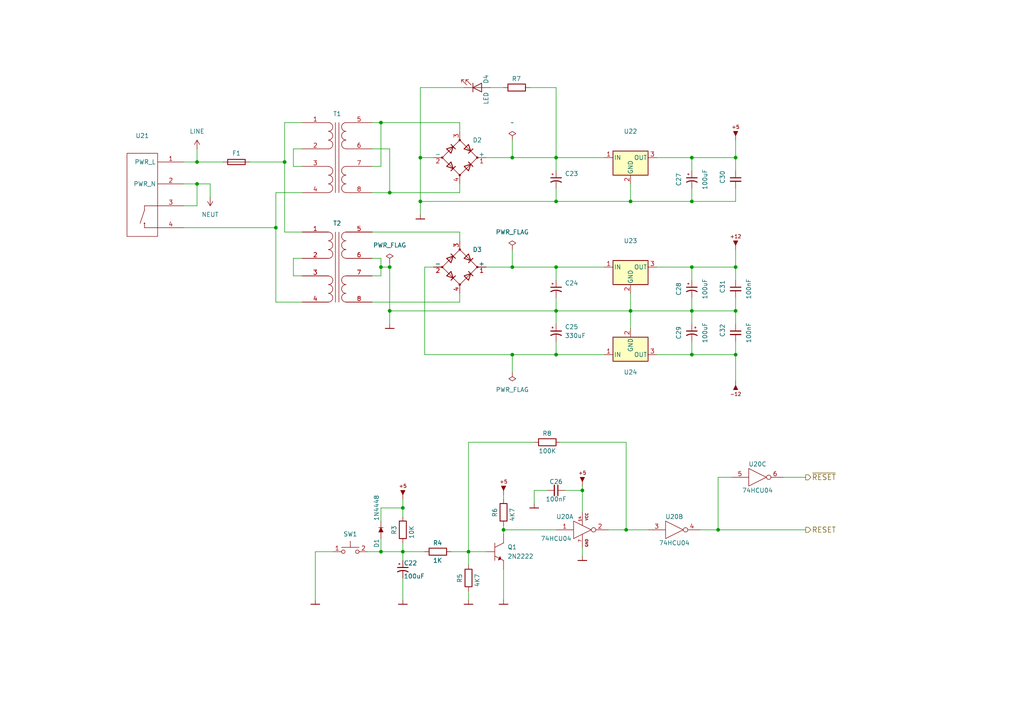
<source format=kicad_sch>
(kicad_sch (version 20211123) (generator eeschema)

  (uuid f1e619ac-5067-41df-8384-776ec70a6093)

  (paper "A4")

  (lib_symbols
    (symbol "artemisa:-12V" (power) (pin_numbers hide) (pin_names (offset 0) hide) (in_bom yes) (on_board yes)
      (property "Reference" "#PWR" (id 0) (at 0 -1.27 0)
        (effects (font (size 1.524 1.524)) hide)
      )
      (property "Value" "-12V" (id 1) (at 0 6.35 0)
        (effects (font (size 1.524 1.524)) hide)
      )
      (property "Footprint" "" (id 2) (at 0 0 0)
        (effects (font (size 1.524 1.524)) hide)
      )
      (property "Datasheet" "" (id 3) (at 0 0 0)
        (effects (font (size 1.524 1.524)) hide)
      )
      (symbol "-12V_0_0"
        (text "-12" (at 0 3.81 0)
          (effects (font (size 1.016 1.016)))
        )
      )
      (symbol "-12V_0_1"
        (polyline
          (pts
            (xy 0 1.27)
            (xy 0.635 2.54)
            (xy -0.635 2.54)
            (xy 0 1.27)
          )
          (stroke (width 0) (type default) (color 0 0 0 0))
          (fill (type outline))
        )
      )
      (symbol "-12V_1_1"
        (pin power_in line (at 0 0 90) (length 1.27)
          (name "-12V" (effects (font (size 1.27 1.27))))
          (number "1" (effects (font (size 1.27 1.27))))
        )
      )
    )
    (symbol "artemisa:12V" (power) (pin_numbers hide) (pin_names (offset 0) hide) (in_bom yes) (on_board yes)
      (property "Reference" "#PWR" (id 0) (at 0 -1.27 0)
        (effects (font (size 1.524 1.524)) hide)
      )
      (property "Value" "12V" (id 1) (at 0 6.35 0)
        (effects (font (size 1.524 1.524)) hide)
      )
      (property "Footprint" "" (id 2) (at 0 0 0)
        (effects (font (size 1.524 1.524)) hide)
      )
      (property "Datasheet" "" (id 3) (at 0 0 0)
        (effects (font (size 1.524 1.524)) hide)
      )
      (symbol "12V_0_0"
        (text "+12" (at 0 3.81 0)
          (effects (font (size 1.016 1.016)))
        )
      )
      (symbol "12V_0_1"
        (polyline
          (pts
            (xy 0 1.27)
            (xy 0.635 2.54)
            (xy -0.635 2.54)
            (xy 0 1.27)
          )
          (stroke (width 0) (type default) (color 0 0 0 0))
          (fill (type outline))
        )
      )
      (symbol "12V_1_1"
        (pin power_in line (at 0 0 90) (length 1.27)
          (name "+12V" (effects (font (size 1.27 1.27))))
          (number "1" (effects (font (size 1.27 1.27))))
        )
      )
    )
    (symbol "artemisa:1N4448" (pin_numbers hide) (pin_names (offset 1.016)) (in_bom yes) (on_board yes)
      (property "Reference" "D" (id 0) (at 0 1.905 0)
        (effects (font (size 1.27 1.27)))
      )
      (property "Value" "1N4448" (id 1) (at 0 -1.905 0)
        (effects (font (size 1.27 1.27)))
      )
      (property "Footprint" "" (id 2) (at 1.27 0 0)
        (effects (font (size 1.524 1.524)) hide)
      )
      (property "Datasheet" "" (id 3) (at 1.27 0 0)
        (effects (font (size 1.524 1.524)) hide)
      )
      (symbol "1N4448_0_1"
        (polyline
          (pts
            (xy 0.635 0.635)
            (xy 0.635 -0.635)
          )
          (stroke (width 0) (type default) (color 0 0 0 0))
          (fill (type none))
        )
        (polyline
          (pts
            (xy -0.635 0.635)
            (xy -0.635 -0.635)
            (xy 0.635 0)
            (xy -0.635 0.635)
          )
          (stroke (width 0) (type default) (color 0 0 0 0))
          (fill (type outline))
        )
      )
      (symbol "1N4448_1_1"
        (pin passive line (at -2.54 0 0) (length 1.905)
          (name "~" (effects (font (size 1.27 1.27))))
          (number "1" (effects (font (size 1.27 1.27))))
        )
        (pin passive line (at 2.54 0 180) (length 1.905)
          (name "~" (effects (font (size 1.27 1.27))))
          (number "2" (effects (font (size 1.27 1.27))))
        )
      )
    )
    (symbol "artemisa:2N2222" (pin_numbers hide) (pin_names (offset 1.016) hide) (in_bom yes) (on_board yes)
      (property "Reference" "Q" (id 0) (at -3.81 3.81 0)
        (effects (font (size 1.27 1.27)))
      )
      (property "Value" "2N2222" (id 1) (at 2.54 0 0)
        (effects (font (size 1.27 1.27)))
      )
      (property "Footprint" "" (id 2) (at 0 0 0)
        (effects (font (size 1.524 1.524)) hide)
      )
      (property "Datasheet" "" (id 3) (at 0 0 0)
        (effects (font (size 1.524 1.524)) hide)
      )
      (symbol "2N2222_0_1"
        (polyline
          (pts
            (xy -2.54 -1.27)
            (xy 0 -2.54)
          )
          (stroke (width 0) (type default) (color 0 0 0 0))
          (fill (type none))
        )
        (polyline
          (pts
            (xy -2.54 1.27)
            (xy 0 2.54)
          )
          (stroke (width 0) (type default) (color 0 0 0 0))
          (fill (type none))
        )
        (polyline
          (pts
            (xy -2.54 2.54)
            (xy -2.54 -2.54)
          )
          (stroke (width 0) (type default) (color 0 0 0 0))
          (fill (type none))
        )
        (polyline
          (pts
            (xy -0.762 -2.159)
            (xy -1.016 -1.397)
            (xy -1.524 -2.413)
            (xy -0.762 -2.159)
          )
          (stroke (width 0) (type default) (color 0 0 0 0))
          (fill (type outline))
        )
      )
      (symbol "2N2222_1_1"
        (pin input line (at 0 5.08 270) (length 2.54)
          (name "1C" (effects (font (size 1.27 1.27))))
          (number "1" (effects (font (size 1.27 1.27))))
        )
        (pin input line (at -5.08 0 0) (length 2.54)
          (name "B" (effects (font (size 1.27 1.27))))
          (number "2" (effects (font (size 1.27 1.27))))
        )
        (pin input line (at 0 -5.08 90) (length 2.54)
          (name "E" (effects (font (size 1.27 1.27))))
          (number "3" (effects (font (size 1.27 1.27))))
        )
      )
    )
    (symbol "artemisa:74HCU04" (pin_names (offset 0.762) hide) (in_bom yes) (on_board yes)
      (property "Reference" "U" (id 0) (at -7.62 2.54 0)
        (effects (font (size 1.27 1.27)))
      )
      (property "Value" "74HCU04" (id 1) (at -6.35 -1.27 0)
        (effects (font (size 1.27 1.27)))
      )
      (property "Footprint" "" (id 2) (at 0 0 0)
        (effects (font (size 1.27 1.27)) hide)
      )
      (property "Datasheet" "" (id 3) (at 0 0 0)
        (effects (font (size 1.27 1.27)) hide)
      )
      (symbol "74HCU04_1_1"
        (polyline
          (pts
            (xy -2.54 -2.54)
            (xy -2.54 2.54)
            (xy 2.54 0)
            (xy -2.54 -2.54)
          )
          (stroke (width 0) (type default) (color 0 0 0 0))
          (fill (type none))
        )
        (text "GND" (at 1.27 -3.81 900)
          (effects (font (size 0.762 0.762)))
        )
        (text "VCC" (at 1.27 3.81 900)
          (effects (font (size 0.762 0.762)))
        )
        (pin input line (at -7.62 0 0) (length 5.0038)
          (name "~" (effects (font (size 1.27 1.27))))
          (number "1" (effects (font (size 1.27 1.27))))
        )
        (pin power_in line (at 0 5.08 270) (length 3.81)
          (name "VCC" (effects (font (size 1.27 1.27))))
          (number "14" (effects (font (size 0.762 0.762))))
        )
        (pin output inverted (at 7.62 0 180) (length 5.0038)
          (name "~" (effects (font (size 1.27 1.27))))
          (number "2" (effects (font (size 1.27 1.27))))
        )
        (pin power_in line (at 0 -5.08 90) (length 3.81)
          (name "GND" (effects (font (size 1.27 1.27))))
          (number "7" (effects (font (size 0.762 0.762))))
        )
      )
      (symbol "74HCU04_1_2"
        (polyline
          (pts
            (xy -2.54 2.54)
            (xy -2.54 -2.54)
            (xy 2.54 0)
            (xy -2.54 2.54)
          )
          (stroke (width 0) (type default) (color 0 0 0 0))
          (fill (type none))
        )
        (pin input inverted (at -7.62 0 0) (length 5.08)
          (name "~" (effects (font (size 1.27 1.27))))
          (number "1" (effects (font (size 1.27 1.27))))
        )
        (pin output line (at 7.62 0 180) (length 5.08)
          (name "~" (effects (font (size 1.27 1.27))))
          (number "2" (effects (font (size 1.27 1.27))))
        )
      )
      (symbol "74HCU04_2_1"
        (polyline
          (pts
            (xy -2.54 2.54)
            (xy -2.54 -2.54)
            (xy 2.54 0)
            (xy -2.54 2.54)
          )
          (stroke (width 0) (type default) (color 0 0 0 0))
          (fill (type none))
        )
        (pin input line (at -7.62 0 0) (length 5.0038)
          (name "~" (effects (font (size 1.27 1.27))))
          (number "3" (effects (font (size 1.27 1.27))))
        )
        (pin output inverted (at 7.62 0 180) (length 5.0038)
          (name "~" (effects (font (size 1.27 1.27))))
          (number "4" (effects (font (size 1.27 1.27))))
        )
      )
      (symbol "74HCU04_2_2"
        (polyline
          (pts
            (xy -2.54 2.54)
            (xy -2.54 -2.54)
            (xy 2.54 0)
            (xy -2.54 2.54)
          )
          (stroke (width 0) (type default) (color 0 0 0 0))
          (fill (type none))
        )
        (pin input inverted (at -7.62 0 0) (length 5.08)
          (name "~" (effects (font (size 1.27 1.27))))
          (number "3" (effects (font (size 1.27 1.27))))
        )
        (pin output line (at 7.62 0 180) (length 5.08)
          (name "~" (effects (font (size 1.27 1.27))))
          (number "4" (effects (font (size 1.27 1.27))))
        )
      )
      (symbol "74HCU04_3_1"
        (polyline
          (pts
            (xy -2.54 2.54)
            (xy -2.54 -2.54)
            (xy 2.54 0)
            (xy -2.54 2.54)
          )
          (stroke (width 0) (type default) (color 0 0 0 0))
          (fill (type none))
        )
        (pin input line (at -7.62 0 0) (length 5.0038)
          (name "~" (effects (font (size 1.27 1.27))))
          (number "5" (effects (font (size 1.27 1.27))))
        )
        (pin output inverted (at 7.62 0 180) (length 5.0038)
          (name "~" (effects (font (size 1.27 1.27))))
          (number "6" (effects (font (size 1.27 1.27))))
        )
      )
      (symbol "74HCU04_3_2"
        (polyline
          (pts
            (xy -2.54 2.54)
            (xy -2.54 -2.54)
            (xy 2.54 0)
            (xy -2.54 2.54)
          )
          (stroke (width 0) (type default) (color 0 0 0 0))
          (fill (type none))
        )
        (pin input inverted (at -7.62 0 0) (length 5.08)
          (name "~" (effects (font (size 1.27 1.27))))
          (number "5" (effects (font (size 1.27 1.27))))
        )
        (pin output line (at 7.62 0 180) (length 5.08)
          (name "~" (effects (font (size 1.27 1.27))))
          (number "6" (effects (font (size 1.27 1.27))))
        )
      )
      (symbol "74HCU04_4_1"
        (polyline
          (pts
            (xy -2.54 2.54)
            (xy -2.54 -2.54)
            (xy 2.54 0)
            (xy -2.54 2.54)
          )
          (stroke (width 0) (type default) (color 0 0 0 0))
          (fill (type none))
        )
        (pin output inverted (at 7.62 0 180) (length 5.0038)
          (name "~" (effects (font (size 1.27 1.27))))
          (number "8" (effects (font (size 1.27 1.27))))
        )
        (pin input line (at -7.62 0 0) (length 5.0038)
          (name "~" (effects (font (size 1.27 1.27))))
          (number "9" (effects (font (size 1.27 1.27))))
        )
      )
      (symbol "74HCU04_4_2"
        (polyline
          (pts
            (xy -2.54 2.54)
            (xy -2.54 -2.54)
            (xy 2.54 0)
            (xy -2.54 2.54)
          )
          (stroke (width 0) (type default) (color 0 0 0 0))
          (fill (type none))
        )
        (pin output line (at 7.62 0 180) (length 5.08)
          (name "~" (effects (font (size 1.27 1.27))))
          (number "8" (effects (font (size 1.27 1.27))))
        )
        (pin input inverted (at -7.62 0 0) (length 5.08)
          (name "~" (effects (font (size 1.27 1.27))))
          (number "9" (effects (font (size 1.27 1.27))))
        )
      )
      (symbol "74HCU04_5_1"
        (polyline
          (pts
            (xy -2.54 2.54)
            (xy -2.54 -2.54)
            (xy 2.54 0)
            (xy -2.54 2.54)
          )
          (stroke (width 0) (type default) (color 0 0 0 0))
          (fill (type none))
        )
        (pin output inverted (at 7.62 0 180) (length 5.0038)
          (name "~" (effects (font (size 1.27 1.27))))
          (number "10" (effects (font (size 1.27 1.27))))
        )
        (pin input line (at -7.62 0 0) (length 5.0038)
          (name "~" (effects (font (size 1.27 1.27))))
          (number "11" (effects (font (size 1.27 1.27))))
        )
      )
      (symbol "74HCU04_5_2"
        (polyline
          (pts
            (xy -2.54 2.54)
            (xy -2.54 -2.54)
            (xy 2.54 0)
            (xy -2.54 2.54)
          )
          (stroke (width 0) (type default) (color 0 0 0 0))
          (fill (type none))
        )
        (pin output line (at 7.62 0 180) (length 5.08)
          (name "~" (effects (font (size 1.27 1.27))))
          (number "10" (effects (font (size 1.27 1.27))))
        )
        (pin input inverted (at -7.62 0 0) (length 5.08)
          (name "~" (effects (font (size 1.27 1.27))))
          (number "11" (effects (font (size 1.27 1.27))))
        )
      )
      (symbol "74HCU04_6_1"
        (polyline
          (pts
            (xy -2.54 2.54)
            (xy -2.54 -2.54)
            (xy 2.54 0)
            (xy -2.54 2.54)
          )
          (stroke (width 0) (type default) (color 0 0 0 0))
          (fill (type none))
        )
        (pin output inverted (at 7.62 0 180) (length 5.0038)
          (name "~" (effects (font (size 1.27 1.27))))
          (number "12" (effects (font (size 1.27 1.27))))
        )
        (pin input line (at -7.62 0 0) (length 5.0038)
          (name "~" (effects (font (size 1.27 1.27))))
          (number "13" (effects (font (size 1.27 1.27))))
        )
      )
      (symbol "74HCU04_6_2"
        (polyline
          (pts
            (xy -2.54 2.54)
            (xy -2.54 -2.54)
            (xy 2.54 0)
            (xy -2.54 2.54)
          )
          (stroke (width 0) (type default) (color 0 0 0 0))
          (fill (type none))
        )
        (pin output line (at 7.62 0 180) (length 5.08)
          (name "~" (effects (font (size 1.27 1.27))))
          (number "12" (effects (font (size 1.27 1.27))))
        )
        (pin input inverted (at -7.62 0 0) (length 5.08)
          (name "~" (effects (font (size 1.27 1.27))))
          (number "13" (effects (font (size 1.27 1.27))))
        )
      )
    )
    (symbol "artemisa:CP" (pin_numbers hide) (pin_names (offset 0.254) hide) (in_bom yes) (on_board yes)
      (property "Reference" "C" (id 0) (at 0.254 1.778 0)
        (effects (font (size 1.27 1.27)) (justify left))
      )
      (property "Value" "CP" (id 1) (at 0.254 -2.032 0)
        (effects (font (size 1.27 1.27)) (justify left))
      )
      (property "Footprint" "" (id 2) (at 0 0 0)
        (effects (font (size 1.27 1.27)) hide)
      )
      (property "Datasheet" "" (id 3) (at 0 0 0)
        (effects (font (size 1.27 1.27)) hide)
      )
      (property "ki_fp_filters" "CP_*" (id 4) (at 0 0 0)
        (effects (font (size 1.27 1.27)) hide)
      )
      (symbol "CP_0_1"
        (polyline
          (pts
            (xy -1.524 0.508)
            (xy 1.524 0.508)
          )
          (stroke (width 0.3048) (type default) (color 0 0 0 0))
          (fill (type none))
        )
        (polyline
          (pts
            (xy -1.27 1.524)
            (xy -0.762 1.524)
          )
          (stroke (width 0) (type default) (color 0 0 0 0))
          (fill (type none))
        )
        (polyline
          (pts
            (xy -1.016 1.27)
            (xy -1.016 1.778)
          )
          (stroke (width 0) (type default) (color 0 0 0 0))
          (fill (type none))
        )
        (arc (start 1.524 -0.762) (mid 0 -0.3734) (end -1.524 -0.762)
          (stroke (width 0.3048) (type default) (color 0 0 0 0))
          (fill (type none))
        )
      )
      (symbol "CP_1_1"
        (pin passive line (at 0 2.54 270) (length 2.032)
          (name "~" (effects (font (size 1.27 1.27))))
          (number "1" (effects (font (size 1.27 1.27))))
        )
        (pin passive line (at 0 -2.54 90) (length 2.032)
          (name "~" (effects (font (size 1.27 1.27))))
          (number "2" (effects (font (size 1.27 1.27))))
        )
      )
    )
    (symbol "artemisa:Cap" (pin_numbers hide) (pin_names (offset 0.254) hide) (in_bom yes) (on_board yes)
      (property "Reference" "C" (id 0) (at 0.254 1.778 0)
        (effects (font (size 1.27 1.27)) (justify left))
      )
      (property "Value" "Cap" (id 1) (at 0.254 -2.032 0)
        (effects (font (size 1.27 1.27)) (justify left))
      )
      (property "Footprint" "" (id 2) (at 0 0 0)
        (effects (font (size 1.27 1.27)) hide)
      )
      (property "Datasheet" "" (id 3) (at 0 0 0)
        (effects (font (size 1.27 1.27)) hide)
      )
      (property "ki_fp_filters" "C_*" (id 4) (at 0 0 0)
        (effects (font (size 1.27 1.27)) hide)
      )
      (symbol "Cap_0_1"
        (polyline
          (pts
            (xy -1.524 -0.508)
            (xy 1.524 -0.508)
          )
          (stroke (width 0.3302) (type default) (color 0 0 0 0))
          (fill (type none))
        )
        (polyline
          (pts
            (xy -1.524 0.508)
            (xy 1.524 0.508)
          )
          (stroke (width 0.3048) (type default) (color 0 0 0 0))
          (fill (type none))
        )
      )
      (symbol "Cap_1_1"
        (pin passive line (at 0 2.54 270) (length 2.032)
          (name "~" (effects (font (size 1.27 1.27))))
          (number "1" (effects (font (size 1.27 1.27))))
        )
        (pin passive line (at 0 -2.54 90) (length 2.032)
          (name "~" (effects (font (size 1.27 1.27))))
          (number "2" (effects (font (size 1.27 1.27))))
        )
      )
    )
    (symbol "artemisa:D_Bridge_+-AA" (pin_names (offset 0)) (in_bom yes) (on_board yes)
      (property "Reference" "D" (id 0) (at 2.54 6.985 0)
        (effects (font (size 1.27 1.27)) (justify left))
      )
      (property "Value" "D_Bridge_+-AA" (id 1) (at 2.54 5.08 0)
        (effects (font (size 1.27 1.27)) (justify left))
      )
      (property "Footprint" "" (id 2) (at 0 0 0)
        (effects (font (size 1.27 1.27)) hide)
      )
      (property "Datasheet" "~" (id 3) (at 0 0 0)
        (effects (font (size 1.27 1.27)) hide)
      )
      (property "ki_keywords" "rectifier ACDC" (id 4) (at 0 0 0)
        (effects (font (size 1.27 1.27)) hide)
      )
      (property "ki_description" "Diode bridge, +ve/-ve/AC/AC" (id 5) (at 0 0 0)
        (effects (font (size 1.27 1.27)) hide)
      )
      (property "ki_fp_filters" "D*Bridge* D*Rectifier*" (id 6) (at 0 0 0)
        (effects (font (size 1.27 1.27)) hide)
      )
      (symbol "D_Bridge_+-AA_0_1"
        (circle (center -5.08 0) (radius 0.254)
          (stroke (width 0) (type default) (color 0 0 0 0))
          (fill (type outline))
        )
        (circle (center 0 -5.08) (radius 0.254)
          (stroke (width 0) (type default) (color 0 0 0 0))
          (fill (type outline))
        )
        (polyline
          (pts
            (xy -2.54 3.81)
            (xy -1.27 2.54)
          )
          (stroke (width 0.254) (type default) (color 0 0 0 0))
          (fill (type none))
        )
        (polyline
          (pts
            (xy -1.27 -2.54)
            (xy -2.54 -3.81)
          )
          (stroke (width 0.254) (type default) (color 0 0 0 0))
          (fill (type none))
        )
        (polyline
          (pts
            (xy 2.54 -1.27)
            (xy 3.81 -2.54)
          )
          (stroke (width 0.254) (type default) (color 0 0 0 0))
          (fill (type none))
        )
        (polyline
          (pts
            (xy 2.54 1.27)
            (xy 3.81 2.54)
          )
          (stroke (width 0.254) (type default) (color 0 0 0 0))
          (fill (type none))
        )
        (polyline
          (pts
            (xy -3.81 2.54)
            (xy -2.54 1.27)
            (xy -1.905 3.175)
            (xy -3.81 2.54)
          )
          (stroke (width 0.254) (type default) (color 0 0 0 0))
          (fill (type none))
        )
        (polyline
          (pts
            (xy -2.54 -1.27)
            (xy -3.81 -2.54)
            (xy -1.905 -3.175)
            (xy -2.54 -1.27)
          )
          (stroke (width 0.254) (type default) (color 0 0 0 0))
          (fill (type none))
        )
        (polyline
          (pts
            (xy 1.27 2.54)
            (xy 2.54 3.81)
            (xy 3.175 1.905)
            (xy 1.27 2.54)
          )
          (stroke (width 0.254) (type default) (color 0 0 0 0))
          (fill (type none))
        )
        (polyline
          (pts
            (xy 3.175 -1.905)
            (xy 1.27 -2.54)
            (xy 2.54 -3.81)
            (xy 3.175 -1.905)
          )
          (stroke (width 0.254) (type default) (color 0 0 0 0))
          (fill (type none))
        )
        (polyline
          (pts
            (xy -5.08 0)
            (xy 0 -5.08)
            (xy 5.08 0)
            (xy 0 5.08)
            (xy -5.08 0)
          )
          (stroke (width 0) (type default) (color 0 0 0 0))
          (fill (type none))
        )
        (circle (center 0 5.08) (radius 0.254)
          (stroke (width 0) (type default) (color 0 0 0 0))
          (fill (type outline))
        )
        (circle (center 5.08 0) (radius 0.254)
          (stroke (width 0) (type default) (color 0 0 0 0))
          (fill (type outline))
        )
      )
      (symbol "D_Bridge_+-AA_1_1"
        (pin passive line (at 7.62 0 180) (length 2.54)
          (name "+" (effects (font (size 1.27 1.27))))
          (number "1" (effects (font (size 1.27 1.27))))
        )
        (pin passive line (at -7.62 0 0) (length 2.54)
          (name "-" (effects (font (size 1.27 1.27))))
          (number "2" (effects (font (size 1.27 1.27))))
        )
        (pin passive line (at 0 7.62 270) (length 2.54)
          (name "~" (effects (font (size 1.27 1.27))))
          (number "3" (effects (font (size 1.27 1.27))))
        )
        (pin passive line (at 0 -7.62 90) (length 2.54)
          (name "~" (effects (font (size 1.27 1.27))))
          (number "4" (effects (font (size 1.27 1.27))))
        )
      )
    )
    (symbol "artemisa:Fuse" (pin_numbers hide) (pin_names (offset 0)) (in_bom yes) (on_board yes)
      (property "Reference" "F" (id 0) (at 2.032 0 90)
        (effects (font (size 1.27 1.27)))
      )
      (property "Value" "Fuse" (id 1) (at -1.905 0 90)
        (effects (font (size 1.27 1.27)))
      )
      (property "Footprint" "" (id 2) (at -1.778 0 90)
        (effects (font (size 1.27 1.27)) hide)
      )
      (property "Datasheet" "~" (id 3) (at 0 0 0)
        (effects (font (size 1.27 1.27)) hide)
      )
      (property "ki_keywords" "fuse" (id 4) (at 0 0 0)
        (effects (font (size 1.27 1.27)) hide)
      )
      (property "ki_description" "Fuse" (id 5) (at 0 0 0)
        (effects (font (size 1.27 1.27)) hide)
      )
      (property "ki_fp_filters" "*Fuse*" (id 6) (at 0 0 0)
        (effects (font (size 1.27 1.27)) hide)
      )
      (symbol "Fuse_0_1"
        (rectangle (start -0.762 -2.54) (end 0.762 2.54)
          (stroke (width 0.254) (type default) (color 0 0 0 0))
          (fill (type none))
        )
        (polyline
          (pts
            (xy 0 2.54)
            (xy 0 -2.54)
          )
          (stroke (width 0) (type default) (color 0 0 0 0))
          (fill (type none))
        )
      )
      (symbol "Fuse_1_1"
        (pin passive line (at 0 3.81 270) (length 1.27)
          (name "~" (effects (font (size 1.27 1.27))))
          (number "1" (effects (font (size 1.27 1.27))))
        )
        (pin passive line (at 0 -3.81 90) (length 1.27)
          (name "~" (effects (font (size 1.27 1.27))))
          (number "2" (effects (font (size 1.27 1.27))))
        )
      )
    )
    (symbol "artemisa:GND" (power) (pin_numbers hide) (pin_names (offset 0) hide) (in_bom yes) (on_board yes)
      (property "Reference" "#PWR" (id 0) (at 0 -2.54 0)
        (effects (font (size 1.524 1.524)) hide)
      )
      (property "Value" "GND" (id 1) (at 0 2.54 0)
        (effects (font (size 1.524 1.524)) hide)
      )
      (property "Footprint" "" (id 2) (at 0 0 0)
        (effects (font (size 1.524 1.524)) hide)
      )
      (property "Datasheet" "" (id 3) (at 0 0 0)
        (effects (font (size 1.524 1.524)) hide)
      )
      (symbol "GND_0_1"
        (polyline
          (pts
            (xy -1.27 -1.27)
            (xy 1.27 -1.27)
          )
          (stroke (width 0.254) (type default) (color 0 0 0 0))
          (fill (type none))
        )
      )
      (symbol "GND_1_1"
        (pin power_in line (at 0 0 270) (length 1.27)
          (name "GND" (effects (font (size 1.27 1.27))))
          (number "~" (effects (font (size 1.27 1.27))))
        )
      )
    )
    (symbol "artemisa:L7805" (pin_names (offset 0.254)) (in_bom yes) (on_board yes)
      (property "Reference" "U" (id 0) (at -3.81 3.175 0)
        (effects (font (size 1.27 1.27)))
      )
      (property "Value" "L7805" (id 1) (at 0 3.175 0)
        (effects (font (size 1.27 1.27)) (justify left))
      )
      (property "Footprint" "" (id 2) (at 0.635 -3.81 0)
        (effects (font (size 1.27 1.27) italic) (justify left) hide)
      )
      (property "Datasheet" "http://www.st.com/content/ccc/resource/technical/document/datasheet/41/4f/b3/b0/12/d4/47/88/CD00000444.pdf/files/CD00000444.pdf/jcr:content/translations/en.CD00000444.pdf" (id 3) (at 0 -1.27 0)
        (effects (font (size 1.27 1.27)) hide)
      )
      (property "ki_keywords" "Voltage Regulator 1.5A Positive" (id 4) (at 0 0 0)
        (effects (font (size 1.27 1.27)) hide)
      )
      (property "ki_description" "Positive 1.5A 35V Linear Regulator, Fixed Output 5V, TO-220/TO-263/TO-252" (id 5) (at 0 0 0)
        (effects (font (size 1.27 1.27)) hide)
      )
      (property "ki_fp_filters" "TO?252* TO?263* TO?220*" (id 6) (at 0 0 0)
        (effects (font (size 1.27 1.27)) hide)
      )
      (symbol "L7805_0_1"
        (rectangle (start -5.08 1.905) (end 5.08 -5.08)
          (stroke (width 0.254) (type default) (color 0 0 0 0))
          (fill (type background))
        )
      )
      (symbol "L7805_1_1"
        (pin power_in line (at -7.62 0 0) (length 2.54)
          (name "IN" (effects (font (size 1.27 1.27))))
          (number "1" (effects (font (size 1.27 1.27))))
        )
        (pin power_in line (at 0 -7.62 90) (length 2.54)
          (name "GND" (effects (font (size 1.27 1.27))))
          (number "2" (effects (font (size 1.27 1.27))))
        )
        (pin power_out line (at 7.62 0 180) (length 2.54)
          (name "OUT" (effects (font (size 1.27 1.27))))
          (number "3" (effects (font (size 1.27 1.27))))
        )
      )
    )
    (symbol "artemisa:L7812" (pin_names (offset 0.254)) (in_bom yes) (on_board yes)
      (property "Reference" "U" (id 0) (at -3.81 3.175 0)
        (effects (font (size 1.27 1.27)))
      )
      (property "Value" "L7812" (id 1) (at 0 3.175 0)
        (effects (font (size 1.27 1.27)) (justify left))
      )
      (property "Footprint" "" (id 2) (at 0.635 -3.81 0)
        (effects (font (size 1.27 1.27) italic) (justify left) hide)
      )
      (property "Datasheet" "http://www.st.com/content/ccc/resource/technical/document/datasheet/41/4f/b3/b0/12/d4/47/88/CD00000444.pdf/files/CD00000444.pdf/jcr:content/translations/en.CD00000444.pdf" (id 3) (at 0 -1.27 0)
        (effects (font (size 1.27 1.27)) hide)
      )
      (property "ki_keywords" "Voltage Regulator 1.5A Positive" (id 4) (at 0 0 0)
        (effects (font (size 1.27 1.27)) hide)
      )
      (property "ki_description" "Positive 1.5A 35V Linear Regulator, Fixed Output 12V, TO-220/TO-263/TO-252" (id 5) (at 0 0 0)
        (effects (font (size 1.27 1.27)) hide)
      )
      (property "ki_fp_filters" "TO?252* TO?263* TO?220*" (id 6) (at 0 0 0)
        (effects (font (size 1.27 1.27)) hide)
      )
      (symbol "L7812_0_1"
        (rectangle (start -5.08 1.905) (end 5.08 -5.08)
          (stroke (width 0.254) (type default) (color 0 0 0 0))
          (fill (type background))
        )
      )
      (symbol "L7812_1_1"
        (pin power_in line (at -7.62 0 0) (length 2.54)
          (name "IN" (effects (font (size 1.27 1.27))))
          (number "1" (effects (font (size 1.27 1.27))))
        )
        (pin power_in line (at 0 -7.62 90) (length 2.54)
          (name "GND" (effects (font (size 1.27 1.27))))
          (number "2" (effects (font (size 1.27 1.27))))
        )
        (pin power_out line (at 7.62 0 180) (length 2.54)
          (name "OUT" (effects (font (size 1.27 1.27))))
          (number "3" (effects (font (size 1.27 1.27))))
        )
      )
    )
    (symbol "artemisa:L7912" (pin_names (offset 0.254)) (in_bom yes) (on_board yes)
      (property "Reference" "U" (id 0) (at -3.81 3.175 0)
        (effects (font (size 1.27 1.27)))
      )
      (property "Value" "L7912" (id 1) (at 0 3.175 0)
        (effects (font (size 1.27 1.27)) (justify left))
      )
      (property "Footprint" "" (id 2) (at 0.635 -3.81 0)
        (effects (font (size 1.27 1.27) italic) (justify left) hide)
      )
      (property "Datasheet" "http://www.st.com/content/ccc/resource/technical/document/datasheet/41/4f/b3/b0/12/d4/47/88/CD00000444.pdf/files/CD00000444.pdf/jcr:content/translations/en.CD00000444.pdf" (id 3) (at 0 -1.27 0)
        (effects (font (size 1.27 1.27)) hide)
      )
      (property "ki_keywords" "Voltage Regulator 1.5A Positive" (id 4) (at 0 0 0)
        (effects (font (size 1.27 1.27)) hide)
      )
      (property "ki_description" "Positive 1.5A 35V Linear Regulator, Fixed Output -12V, TO-220/TO-263/TO-252" (id 5) (at 0 0 0)
        (effects (font (size 1.27 1.27)) hide)
      )
      (property "ki_fp_filters" "TO?252* TO?263* TO?220*" (id 6) (at 0 0 0)
        (effects (font (size 1.27 1.27)) hide)
      )
      (symbol "L7912_0_1"
        (rectangle (start -5.08 1.905) (end 5.08 -5.08)
          (stroke (width 0.254) (type default) (color 0 0 0 0))
          (fill (type background))
        )
      )
      (symbol "L7912_1_1"
        (pin power_in line (at -7.62 0 0) (length 2.54)
          (name "IN" (effects (font (size 1.27 1.27))))
          (number "1" (effects (font (size 1.27 1.27))))
        )
        (pin power_in line (at 0 -7.62 90) (length 2.54)
          (name "GND" (effects (font (size 1.27 1.27))))
          (number "2" (effects (font (size 1.27 1.27))))
        )
        (pin power_out line (at 7.62 0 180) (length 2.54)
          (name "OUT" (effects (font (size 1.27 1.27))))
          (number "3" (effects (font (size 1.27 1.27))))
        )
      )
    )
    (symbol "artemisa:LED" (pin_numbers hide) (pin_names (offset 1.016) hide) (in_bom yes) (on_board yes)
      (property "Reference" "D" (id 0) (at 0 2.54 0)
        (effects (font (size 1.27 1.27)))
      )
      (property "Value" "LED" (id 1) (at 0 -2.54 0)
        (effects (font (size 1.27 1.27)))
      )
      (property "Footprint" "" (id 2) (at 0 0 0)
        (effects (font (size 1.27 1.27)) hide)
      )
      (property "Datasheet" "" (id 3) (at 0 0 0)
        (effects (font (size 1.27 1.27)) hide)
      )
      (symbol "LED_0_1"
        (polyline
          (pts
            (xy 1.27 -1.27)
            (xy 1.27 1.27)
          )
          (stroke (width 0.2032) (type default) (color 0 0 0 0))
          (fill (type none))
        )
        (polyline
          (pts
            (xy 1.27 0)
            (xy -1.27 0)
          )
          (stroke (width 0) (type default) (color 0 0 0 0))
          (fill (type none))
        )
        (polyline
          (pts
            (xy -1.27 -1.27)
            (xy -1.27 1.27)
            (xy 1.27 0)
            (xy -1.27 -1.27)
          )
          (stroke (width 0.2032) (type default) (color 0 0 0 0))
          (fill (type none))
        )
        (polyline
          (pts
            (xy 1.778 -0.762)
            (xy 3.302 -2.286)
            (xy 2.54 -2.286)
            (xy 3.302 -2.286)
            (xy 3.302 -1.524)
          )
          (stroke (width 0) (type default) (color 0 0 0 0))
          (fill (type none))
        )
        (polyline
          (pts
            (xy 3.048 -0.762)
            (xy 4.572 -2.286)
            (xy 3.81 -2.286)
            (xy 4.572 -2.286)
            (xy 4.572 -1.524)
          )
          (stroke (width 0) (type default) (color 0 0 0 0))
          (fill (type none))
        )
      )
      (symbol "LED_1_1"
        (pin passive line (at -3.81 0 0) (length 2.54)
          (name "A" (effects (font (size 1.27 1.27))))
          (number "1" (effects (font (size 1.27 1.27))))
        )
        (pin passive line (at 3.81 0 180) (length 2.54)
          (name "K" (effects (font (size 1.27 1.27))))
          (number "2" (effects (font (size 1.27 1.27))))
        )
      )
    )
    (symbol "artemisa:Power_conn_switched" (in_bom yes) (on_board yes)
      (property "Reference" "J" (id 0) (at 0 11.43 0)
        (effects (font (size 1.27 1.27)))
      )
      (property "Value" "Power_conn_switched" (id 1) (at 0 -15.24 0)
        (effects (font (size 1.27 1.27)))
      )
      (property "Footprint" "" (id 2) (at 0 0 0)
        (effects (font (size 1.27 1.27)) hide)
      )
      (property "Datasheet" "" (id 3) (at 0 0 0)
        (effects (font (size 1.27 1.27)) hide)
      )
      (symbol "Power_conn_switched_0_1"
        (circle (center -1.27 -10.16) (radius 0.127)
          (stroke (width 0) (type default) (color 0 0 0 0))
          (fill (type none))
        )
        (polyline
          (pts
            (xy -1.27 -10.16)
            (xy -1.27 -11.43)
          )
          (stroke (width 0) (type default) (color 0 0 0 0))
          (fill (type none))
        )
        (polyline
          (pts
            (xy -1.27 -6.35)
            (xy -2.54 -10.16)
          )
          (stroke (width 0) (type default) (color 0 0 0 0))
          (fill (type none))
        )
        (polyline
          (pts
            (xy -1.27 -6.35)
            (xy -1.27 -5.08)
          )
          (stroke (width 0) (type default) (color 0 0 0 0))
          (fill (type none))
        )
        (polyline
          (pts
            (xy -1.27 -5.08)
            (xy 2.54 -5.08)
          )
          (stroke (width 0) (type default) (color 0 0 0 0))
          (fill (type none))
        )
        (polyline
          (pts
            (xy 2.54 -11.43)
            (xy -1.27 -11.43)
          )
          (stroke (width 0) (type default) (color 0 0 0 0))
          (fill (type none))
        )
        (rectangle (start 2.54 10.16) (end -6.35 -13.97)
          (stroke (width 0) (type default) (color 0 0 0 0))
          (fill (type none))
        )
      )
      (symbol "Power_conn_switched_1_1"
        (pin power_out line (at 10.16 7.62 180) (length 7.62)
          (name "PWR_L" (effects (font (size 1.27 1.27))))
          (number "1" (effects (font (size 1.27 1.27))))
        )
        (pin power_out line (at 10.16 1.27 180) (length 7.62)
          (name "PWR_N" (effects (font (size 1.27 1.27))))
          (number "2" (effects (font (size 1.27 1.27))))
        )
        (pin power_in line (at 10.16 -5.08 180) (length 7.62)
          (name "" (effects (font (size 1.27 1.27))))
          (number "3" (effects (font (size 1.27 1.27))))
        )
        (pin power_out line (at 10.16 -11.43 180) (length 7.62)
          (name "" (effects (font (size 1.27 1.27))))
          (number "4" (effects (font (size 1.27 1.27))))
        )
      )
    )
    (symbol "artemisa:Push_button" (pin_names (offset 1.016) hide) (in_bom yes) (on_board yes)
      (property "Reference" "SW" (id 0) (at 0 -2.54 0)
        (effects (font (size 1.524 1.524)))
      )
      (property "Value" "Push_button" (id 1) (at 0 -2.54 0)
        (effects (font (size 1.524 1.524)) hide)
      )
      (property "Footprint" "" (id 2) (at 0 0 0)
        (effects (font (size 1.524 1.524)) hide)
      )
      (property "Datasheet" "" (id 3) (at 0 0 0)
        (effects (font (size 1.524 1.524)) hide)
      )
      (symbol "Push_button_1_1"
        (circle (center -2.032 0) (radius 0.508)
          (stroke (width 0) (type default) (color 0 0 0 0))
          (fill (type none))
        )
        (polyline
          (pts
            (xy 0 1.27)
            (xy 0 3.048)
          )
          (stroke (width 0) (type default) (color 0 0 0 0))
          (fill (type none))
        )
        (polyline
          (pts
            (xy 2.54 1.27)
            (xy -2.54 1.27)
          )
          (stroke (width 0) (type default) (color 0 0 0 0))
          (fill (type none))
        )
        (circle (center 2.032 0) (radius 0.508)
          (stroke (width 0) (type default) (color 0 0 0 0))
          (fill (type none))
        )
        (pin passive line (at -5.08 0 0) (length 2.54)
          (name "1" (effects (font (size 1.27 1.27))))
          (number "1" (effects (font (size 1.27 1.27))))
        )
        (pin passive line (at 5.08 0 180) (length 2.54)
          (name "2" (effects (font (size 1.27 1.27))))
          (number "2" (effects (font (size 1.27 1.27))))
        )
      )
    )
    (symbol "artemisa:R" (pin_numbers hide) (pin_names (offset 1.016)) (in_bom yes) (on_board yes)
      (property "Reference" "R" (id 0) (at 0 -2.54 0)
        (effects (font (size 1.524 1.524)))
      )
      (property "Value" "R" (id 1) (at 0 0 0)
        (effects (font (size 1.016 1.016)))
      )
      (property "Footprint" "" (id 2) (at 0 0 90)
        (effects (font (size 1.524 1.524)) hide)
      )
      (property "Datasheet" "" (id 3) (at 0 0 90)
        (effects (font (size 1.524 1.524)) hide)
      )
      (symbol "R_1_1"
        (rectangle (start 2.54 -1.016) (end -2.54 1.016)
          (stroke (width 0.254) (type default) (color 0 0 0 0))
          (fill (type none))
        )
        (pin passive line (at -3.81 0 0) (length 1.27)
          (name "~" (effects (font (size 1.27 1.27))))
          (number "1" (effects (font (size 1.27 1.27))))
        )
        (pin passive line (at 3.81 0 180) (length 1.27)
          (name "~" (effects (font (size 1.27 1.27))))
          (number "2" (effects (font (size 1.27 1.27))))
        )
      )
    )
    (symbol "artemisa:Transformer_DP_DS" (pin_names (offset 1.016) hide) (in_bom yes) (on_board yes)
      (property "Reference" "T" (id 0) (at 0 12.7 0)
        (effects (font (size 1.27 1.27)))
      )
      (property "Value" "Transformer_DP_DS" (id 1) (at 0 -12.7 0)
        (effects (font (size 1.27 1.27)))
      )
      (property "Footprint" "" (id 2) (at 0 0 0)
        (effects (font (size 1.27 1.27)) hide)
      )
      (property "Datasheet" "~" (id 3) (at 0 0 0)
        (effects (font (size 1.27 1.27)) hide)
      )
      (property "ki_keywords" "transformer coil magnet" (id 4) (at 0 0 0)
        (effects (font (size 1.27 1.27)) hide)
      )
      (property "ki_description" "Transformer, dual primary, dual secondary" (id 5) (at 0 0 0)
        (effects (font (size 1.27 1.27)) hide)
      )
      (symbol "Transformer_DP_DS_0_1"
        (arc (start -2.54 -10.1346) (mid -1.6561 -9.7663) (end -1.27 -8.89)
          (stroke (width 0) (type default) (color 0 0 0 0))
          (fill (type none))
        )
        (arc (start -2.54 -7.5946) (mid -1.6561 -7.2263) (end -1.27 -6.35)
          (stroke (width 0) (type default) (color 0 0 0 0))
          (fill (type none))
        )
        (arc (start -2.54 5.1054) (mid -1.6561 5.4737) (end -1.27 6.35)
          (stroke (width 0) (type default) (color 0 0 0 0))
          (fill (type none))
        )
        (arc (start -2.54 7.6454) (mid -1.6561 8.0137) (end -1.27 8.89)
          (stroke (width 0) (type default) (color 0 0 0 0))
          (fill (type none))
        )
        (arc (start -2.5215 -5.0991) (mid -1.6376 -4.7308) (end -1.2515 -3.8545)
          (stroke (width 0) (type default) (color 0 0 0 0))
          (fill (type none))
        )
        (arc (start -2.5215 2.5209) (mid -1.6376 2.8892) (end -1.2515 3.7655)
          (stroke (width 0) (type default) (color 0 0 0 0))
          (fill (type none))
        )
        (arc (start -1.27 -8.89) (mid -1.642 -7.992) (end -2.54 -7.62)
          (stroke (width 0) (type default) (color 0 0 0 0))
          (fill (type none))
        )
        (arc (start -1.27 -6.35) (mid -1.642 -5.452) (end -2.54 -5.08)
          (stroke (width 0) (type default) (color 0 0 0 0))
          (fill (type none))
        )
        (arc (start -1.27 6.35) (mid -1.642 7.248) (end -2.54 7.62)
          (stroke (width 0) (type default) (color 0 0 0 0))
          (fill (type none))
        )
        (arc (start -1.27 8.89) (mid -1.642 9.788) (end -2.54 10.16)
          (stroke (width 0) (type default) (color 0 0 0 0))
          (fill (type none))
        )
        (arc (start -1.2515 -3.8545) (mid -1.6235 -2.9565) (end -2.5215 -2.5845)
          (stroke (width 0) (type default) (color 0 0 0 0))
          (fill (type none))
        )
        (arc (start -1.2515 3.7655) (mid -1.6235 4.6635) (end -2.5215 5.0355)
          (stroke (width 0) (type default) (color 0 0 0 0))
          (fill (type none))
        )
        (polyline
          (pts
            (xy -0.508 -10.16)
            (xy -0.508 10.16)
          )
          (stroke (width 0) (type default) (color 0 0 0 0))
          (fill (type none))
        )
        (polyline
          (pts
            (xy 0.508 10.16)
            (xy 0.508 -10.16)
          )
          (stroke (width 0) (type default) (color 0 0 0 0))
          (fill (type none))
        )
        (arc (start 1.2954 -8.89) (mid 1.6599 -9.7701) (end 2.54 -10.1346)
          (stroke (width 0) (type default) (color 0 0 0 0))
          (fill (type none))
        )
        (arc (start 1.2954 -6.35) (mid 1.6599 -7.2301) (end 2.54 -7.5946)
          (stroke (width 0) (type default) (color 0 0 0 0))
          (fill (type none))
        )
        (arc (start 1.2954 -3.81) (mid 1.6599 -4.6901) (end 2.54 -5.0546)
          (stroke (width 0) (type default) (color 0 0 0 0))
          (fill (type none))
        )
        (arc (start 1.2954 3.81) (mid 1.6599 2.9299) (end 2.54 2.5654)
          (stroke (width 0) (type default) (color 0 0 0 0))
          (fill (type none))
        )
        (arc (start 1.2954 6.35) (mid 1.6599 5.4699) (end 2.54 5.1054)
          (stroke (width 0) (type default) (color 0 0 0 0))
          (fill (type none))
        )
        (arc (start 1.2954 8.89) (mid 1.6599 8.0099) (end 2.54 7.6454)
          (stroke (width 0) (type default) (color 0 0 0 0))
          (fill (type none))
        )
        (arc (start 2.54 -7.62) (mid 1.642 -7.992) (end 1.2954 -8.89)
          (stroke (width 0) (type default) (color 0 0 0 0))
          (fill (type none))
        )
        (arc (start 2.54 -5.08) (mid 1.642 -5.452) (end 1.2954 -6.35)
          (stroke (width 0) (type default) (color 0 0 0 0))
          (fill (type none))
        )
        (arc (start 2.54 -2.54) (mid 1.642 -2.912) (end 1.2954 -3.81)
          (stroke (width 0) (type default) (color 0 0 0 0))
          (fill (type none))
        )
        (arc (start 2.54 5.08) (mid 1.642 4.708) (end 1.2954 3.81)
          (stroke (width 0) (type default) (color 0 0 0 0))
          (fill (type none))
        )
        (arc (start 2.54 7.62) (mid 1.642 7.248) (end 1.2954 6.35)
          (stroke (width 0) (type default) (color 0 0 0 0))
          (fill (type none))
        )
        (arc (start 2.54 10.16) (mid 1.642 9.788) (end 1.2954 8.89)
          (stroke (width 0) (type default) (color 0 0 0 0))
          (fill (type none))
        )
      )
      (symbol "Transformer_DP_DS_1_1"
        (pin passive line (at -10.16 10.16 0) (length 7.62)
          (name "IN1A" (effects (font (size 1.27 1.27))))
          (number "1" (effects (font (size 1.27 1.27))))
        )
        (pin passive line (at -10.16 2.54 0) (length 7.62)
          (name "IN1B" (effects (font (size 1.27 1.27))))
          (number "2" (effects (font (size 1.27 1.27))))
        )
        (pin passive line (at -10.16 -2.54 0) (length 7.62)
          (name "IN2A" (effects (font (size 1.27 1.27))))
          (number "3" (effects (font (size 1.27 1.27))))
        )
        (pin passive line (at -10.16 -10.16 0) (length 7.62)
          (name "IN2B" (effects (font (size 1.27 1.27))))
          (number "4" (effects (font (size 1.27 1.27))))
        )
        (pin passive line (at 10.16 10.16 180) (length 7.62)
          (name "OUT1A" (effects (font (size 1.27 1.27))))
          (number "5" (effects (font (size 1.27 1.27))))
        )
        (pin passive line (at 10.16 2.54 180) (length 7.62)
          (name "OUT1B" (effects (font (size 1.27 1.27))))
          (number "6" (effects (font (size 1.27 1.27))))
        )
        (pin passive line (at 10.16 -2.54 180) (length 7.62)
          (name "OUT2A" (effects (font (size 1.27 1.27))))
          (number "7" (effects (font (size 1.27 1.27))))
        )
        (pin passive line (at 10.16 -10.16 180) (length 7.62)
          (name "OUT2B" (effects (font (size 1.27 1.27))))
          (number "8" (effects (font (size 1.27 1.27))))
        )
      )
    )
    (symbol "artemisa:VCC" (power) (pin_numbers hide) (pin_names (offset 0) hide) (in_bom yes) (on_board yes)
      (property "Reference" "#PWR" (id 0) (at 0 -1.27 0)
        (effects (font (size 1.524 1.524)) hide)
      )
      (property "Value" "VCC" (id 1) (at 0 6.35 0)
        (effects (font (size 1.524 1.524)) hide)
      )
      (property "Footprint" "" (id 2) (at 0 0 0)
        (effects (font (size 1.524 1.524)) hide)
      )
      (property "Datasheet" "" (id 3) (at 0 0 0)
        (effects (font (size 1.524 1.524)) hide)
      )
      (symbol "VCC_0_0"
        (text "+5" (at 0 3.81 0)
          (effects (font (size 1.016 1.016)))
        )
      )
      (symbol "VCC_0_1"
        (polyline
          (pts
            (xy 0 1.27)
            (xy 0.635 2.54)
            (xy -0.635 2.54)
            (xy 0 1.27)
          )
          (stroke (width 0) (type default) (color 0 0 0 0))
          (fill (type outline))
        )
      )
      (symbol "VCC_1_1"
        (pin power_in line (at 0 0 90) (length 1.27)
          (name "VCC" (effects (font (size 1.27 1.27))))
          (number "1" (effects (font (size 1.27 1.27))))
        )
      )
    )
    (symbol "power:LINE" (power) (pin_names (offset 0)) (in_bom yes) (on_board yes)
      (property "Reference" "#PWR" (id 0) (at 0 -3.81 0)
        (effects (font (size 1.27 1.27)) hide)
      )
      (property "Value" "LINE" (id 1) (at 0 3.81 0)
        (effects (font (size 1.27 1.27)))
      )
      (property "Footprint" "" (id 2) (at 0 0 0)
        (effects (font (size 1.27 1.27)) hide)
      )
      (property "Datasheet" "" (id 3) (at 0 0 0)
        (effects (font (size 1.27 1.27)) hide)
      )
      (property "ki_keywords" "power-flag" (id 4) (at 0 0 0)
        (effects (font (size 1.27 1.27)) hide)
      )
      (property "ki_description" "Power symbol creates a global label with name \"LINE\"" (id 5) (at 0 0 0)
        (effects (font (size 1.27 1.27)) hide)
      )
      (symbol "LINE_0_1"
        (polyline
          (pts
            (xy -0.762 1.27)
            (xy 0 2.54)
          )
          (stroke (width 0) (type default) (color 0 0 0 0))
          (fill (type none))
        )
        (polyline
          (pts
            (xy 0 0)
            (xy 0 2.54)
          )
          (stroke (width 0) (type default) (color 0 0 0 0))
          (fill (type none))
        )
        (polyline
          (pts
            (xy 0 2.54)
            (xy 0.762 1.27)
          )
          (stroke (width 0) (type default) (color 0 0 0 0))
          (fill (type none))
        )
      )
      (symbol "LINE_1_1"
        (pin power_in line (at 0 0 90) (length 0) hide
          (name "LINE" (effects (font (size 1.27 1.27))))
          (number "1" (effects (font (size 1.27 1.27))))
        )
      )
    )
    (symbol "power:NEUT" (power) (pin_names (offset 0)) (in_bom yes) (on_board yes)
      (property "Reference" "#PWR" (id 0) (at 0 -3.81 0)
        (effects (font (size 1.27 1.27)) hide)
      )
      (property "Value" "NEUT" (id 1) (at 0 3.81 0)
        (effects (font (size 1.27 1.27)))
      )
      (property "Footprint" "" (id 2) (at 0 0 0)
        (effects (font (size 1.27 1.27)) hide)
      )
      (property "Datasheet" "" (id 3) (at 0 0 0)
        (effects (font (size 1.27 1.27)) hide)
      )
      (property "ki_keywords" "power-flag" (id 4) (at 0 0 0)
        (effects (font (size 1.27 1.27)) hide)
      )
      (property "ki_description" "Power symbol creates a global label with name \"NEUT\"" (id 5) (at 0 0 0)
        (effects (font (size 1.27 1.27)) hide)
      )
      (symbol "NEUT_0_1"
        (polyline
          (pts
            (xy -0.762 1.27)
            (xy 0 2.54)
          )
          (stroke (width 0) (type default) (color 0 0 0 0))
          (fill (type none))
        )
        (polyline
          (pts
            (xy 0 0)
            (xy 0 2.54)
          )
          (stroke (width 0) (type default) (color 0 0 0 0))
          (fill (type none))
        )
        (polyline
          (pts
            (xy 0 2.54)
            (xy 0.762 1.27)
          )
          (stroke (width 0) (type default) (color 0 0 0 0))
          (fill (type none))
        )
      )
      (symbol "NEUT_1_1"
        (pin power_in line (at 0 0 90) (length 0) hide
          (name "NEUT" (effects (font (size 1.27 1.27))))
          (number "1" (effects (font (size 1.27 1.27))))
        )
      )
    )
    (symbol "power:PWR_FLAG" (power) (pin_numbers hide) (pin_names (offset 0) hide) (in_bom yes) (on_board yes)
      (property "Reference" "#FLG" (id 0) (at 0 1.905 0)
        (effects (font (size 1.27 1.27)) hide)
      )
      (property "Value" "PWR_FLAG" (id 1) (at 0 3.81 0)
        (effects (font (size 1.27 1.27)))
      )
      (property "Footprint" "" (id 2) (at 0 0 0)
        (effects (font (size 1.27 1.27)) hide)
      )
      (property "Datasheet" "~" (id 3) (at 0 0 0)
        (effects (font (size 1.27 1.27)) hide)
      )
      (property "ki_keywords" "power-flag" (id 4) (at 0 0 0)
        (effects (font (size 1.27 1.27)) hide)
      )
      (property "ki_description" "Special symbol for telling ERC where power comes from" (id 5) (at 0 0 0)
        (effects (font (size 1.27 1.27)) hide)
      )
      (symbol "PWR_FLAG_0_0"
        (pin power_out line (at 0 0 90) (length 0)
          (name "pwr" (effects (font (size 1.27 1.27))))
          (number "1" (effects (font (size 1.27 1.27))))
        )
      )
      (symbol "PWR_FLAG_0_1"
        (polyline
          (pts
            (xy 0 0)
            (xy 0 1.27)
            (xy -1.016 1.905)
            (xy 0 2.54)
            (xy 1.016 1.905)
            (xy 0 1.27)
          )
          (stroke (width 0) (type default) (color 0 0 0 0))
          (fill (type none))
        )
      )
    )
  )

  (junction (at 208.28 153.67) (diameter 0) (color 0 0 0 0)
    (uuid 008da5b9-6f95-4113-b7d0-d93ac62efd33)
  )
  (junction (at 113.03 90.17) (diameter 0) (color 0 0 0 0)
    (uuid 037cb0b5-7968-429c-a5fa-4a42f2a0f287)
  )
  (junction (at 148.59 77.47) (diameter 0) (color 0 0 0 0)
    (uuid 054b48b3-7067-45da-a7e4-e5bbdbfe7497)
  )
  (junction (at 213.36 77.47) (diameter 0) (color 0 0 0 0)
    (uuid 0875ee2a-5ce5-4de6-8fad-0aad799c8f2f)
  )
  (junction (at 213.36 102.87) (diameter 0) (color 0 0 0 0)
    (uuid 0d8ec07c-2ad6-4f76-ae5c-71efef24eb5d)
  )
  (junction (at 161.29 58.42) (diameter 0) (color 0 0 0 0)
    (uuid 192d91c4-b91b-4fc4-9e35-c64dee9c25e5)
  )
  (junction (at 182.88 90.17) (diameter 0) (color 0 0 0 0)
    (uuid 2e4375d7-5fdf-40f6-be20-b7f026d1830a)
  )
  (junction (at 121.92 58.42) (diameter 0) (color 0 0 0 0)
    (uuid 2f54e163-05db-4f45-85fa-99565ae9921f)
  )
  (junction (at 182.88 58.42) (diameter 0) (color 0 0 0 0)
    (uuid 36319280-cdb2-4bc1-bc30-600a4f1a359e)
  )
  (junction (at 200.66 77.47) (diameter 0) (color 0 0 0 0)
    (uuid 39f61c23-94f2-461b-9b23-d44097986b88)
  )
  (junction (at 110.49 77.47) (diameter 0) (color 0 0 0 0)
    (uuid 3fa4936c-ea58-4ea0-af1e-583505ac6c3c)
  )
  (junction (at 213.36 90.17) (diameter 0) (color 0 0 0 0)
    (uuid 43768b73-62df-455c-b541-ac44f8fa4b25)
  )
  (junction (at 57.15 53.34) (diameter 0) (color 0 0 0 0)
    (uuid 461f1398-1944-4b9a-9532-6919b16ad718)
  )
  (junction (at 80.01 66.04) (diameter 0) (color 0 0 0 0)
    (uuid 4890edb9-da39-4926-8e9e-8c2f4cd65232)
  )
  (junction (at 110.49 160.02) (diameter 0) (color 0 0 0 0)
    (uuid 49575217-40b0-4890-8acf-12982cca52b5)
  )
  (junction (at 148.59 102.87) (diameter 0) (color 0 0 0 0)
    (uuid 58d2fa41-e8dd-4307-9db4-652c45e3ae64)
  )
  (junction (at 200.66 45.72) (diameter 0) (color 0 0 0 0)
    (uuid 5d03fa64-8fa6-4cdb-97a7-9b153472f792)
  )
  (junction (at 110.49 35.56) (diameter 0) (color 0 0 0 0)
    (uuid 5dd3c563-01ae-480f-b3d4-f3ac57098cee)
  )
  (junction (at 200.66 102.87) (diameter 0) (color 0 0 0 0)
    (uuid 61e5ae03-fcc6-4773-882d-aef7e47342c1)
  )
  (junction (at 116.84 160.02) (diameter 0) (color 0 0 0 0)
    (uuid 63c56ea4-91a3-4172-b9de-a4388cc8f894)
  )
  (junction (at 57.15 46.99) (diameter 0) (color 0 0 0 0)
    (uuid 6a2ea748-9044-4101-802c-c0f960fb8a42)
  )
  (junction (at 161.29 77.47) (diameter 0) (color 0 0 0 0)
    (uuid 6b2ec890-5116-4588-8e07-9415632b18fb)
  )
  (junction (at 200.66 90.17) (diameter 0) (color 0 0 0 0)
    (uuid 724719d3-ee69-4744-bc4f-80be00ba5b32)
  )
  (junction (at 121.92 45.72) (diameter 0) (color 0 0 0 0)
    (uuid 7842d000-2f4b-4116-ad65-c43b1ed02a18)
  )
  (junction (at 135.89 160.02) (diameter 0) (color 0 0 0 0)
    (uuid 84d296ba-3d39-4264-ad19-947f90c54396)
  )
  (junction (at 146.05 153.67) (diameter 0) (color 0 0 0 0)
    (uuid 90e761f6-1432-4f73-ad28-fa8869b7ec31)
  )
  (junction (at 113.03 77.47) (diameter 0) (color 0 0 0 0)
    (uuid 94b65c4a-8b4d-469b-bc08-559628c4e2fc)
  )
  (junction (at 82.55 46.99) (diameter 0) (color 0 0 0 0)
    (uuid 97e476bf-9bac-4bab-92eb-3b355303cb30)
  )
  (junction (at 168.91 142.24) (diameter 0) (color 0 0 0 0)
    (uuid 98fe66f3-ec8b-4515-ae34-617f2124a7ec)
  )
  (junction (at 181.61 153.67) (diameter 0) (color 0 0 0 0)
    (uuid a6738794-75ae-48a6-8949-ed8717400d71)
  )
  (junction (at 213.36 45.72) (diameter 0) (color 0 0 0 0)
    (uuid a7620e6e-1b29-448c-9aaf-a7f124cf6325)
  )
  (junction (at 161.29 102.87) (diameter 0) (color 0 0 0 0)
    (uuid c4c2d9a5-fb2a-4705-b29f-66acf9326161)
  )
  (junction (at 113.03 55.88) (diameter 0) (color 0 0 0 0)
    (uuid cc862ba1-2d7c-4253-a720-cb72f99b79c2)
  )
  (junction (at 148.59 45.72) (diameter 0) (color 0 0 0 0)
    (uuid cd11f2df-9469-48db-b775-565aba4caeb3)
  )
  (junction (at 116.84 147.32) (diameter 0) (color 0 0 0 0)
    (uuid e1b88aa4-d887-4eea-83ff-5c009f4390c4)
  )
  (junction (at 161.29 45.72) (diameter 0) (color 0 0 0 0)
    (uuid e5946b1a-0650-4615-bf4b-868c5094f324)
  )
  (junction (at 161.29 90.17) (diameter 0) (color 0 0 0 0)
    (uuid f07aa6ef-281f-40f4-bee2-b196ac51e361)
  )
  (junction (at 200.66 58.42) (diameter 0) (color 0 0 0 0)
    (uuid f1810677-5c89-4e1f-9927-9b5894f622d4)
  )

  (wire (pts (xy 107.95 67.31) (xy 133.35 67.31))
    (stroke (width 0) (type default) (color 0 0 0 0))
    (uuid 00423b1d-a77c-4491-8f9a-4a197429a4ca)
  )
  (wire (pts (xy 213.36 99.06) (xy 213.36 102.87))
    (stroke (width 0) (type default) (color 0 0 0 0))
    (uuid 021e193a-9014-4fd9-91dc-207d02e79352)
  )
  (wire (pts (xy 213.36 86.36) (xy 213.36 90.17))
    (stroke (width 0) (type default) (color 0 0 0 0))
    (uuid 02326fe8-ac6c-4358-a1b0-923e1d637705)
  )
  (wire (pts (xy 110.49 74.93) (xy 107.95 74.93))
    (stroke (width 0) (type default) (color 0 0 0 0))
    (uuid 02fbb6ea-e5d6-432e-8b54-a117c74e12b3)
  )
  (wire (pts (xy 146.05 154.94) (xy 146.05 153.67))
    (stroke (width 0) (type default) (color 0 0 0 0))
    (uuid 03f57fb4-32a3-4bc6-85b9-fd8ece4a9592)
  )
  (wire (pts (xy 161.29 45.72) (xy 161.29 49.53))
    (stroke (width 0) (type default) (color 0 0 0 0))
    (uuid 043272c1-a593-4d0d-8238-ff36aba3d754)
  )
  (wire (pts (xy 182.88 58.42) (xy 182.88 53.34))
    (stroke (width 0) (type default) (color 0 0 0 0))
    (uuid 044ad800-48e0-4db1-98ed-45e919c10482)
  )
  (wire (pts (xy 213.36 102.87) (xy 213.36 110.49))
    (stroke (width 0) (type default) (color 0 0 0 0))
    (uuid 04c6a71a-b4ac-4d6f-a8e7-bc2c6458f19e)
  )
  (wire (pts (xy 208.28 138.43) (xy 212.09 138.43))
    (stroke (width 0) (type default) (color 0 0 0 0))
    (uuid 04cf2f2c-74bf-400d-b4f6-201720df00ed)
  )
  (wire (pts (xy 162.56 128.27) (xy 181.61 128.27))
    (stroke (width 0) (type default) (color 0 0 0 0))
    (uuid 05f2859d-2820-4e84-b395-696011feb13b)
  )
  (wire (pts (xy 53.34 59.69) (xy 57.15 59.69))
    (stroke (width 0) (type default) (color 0 0 0 0))
    (uuid 07f1765e-90c4-467f-adf0-3f53c32fb72a)
  )
  (wire (pts (xy 161.29 81.28) (xy 161.29 77.47))
    (stroke (width 0) (type default) (color 0 0 0 0))
    (uuid 09a5e765-d813-40f1-b14a-de2aad88c19d)
  )
  (wire (pts (xy 168.91 142.24) (xy 168.91 140.97))
    (stroke (width 0) (type default) (color 0 0 0 0))
    (uuid 0dfdfa9f-1e3f-4e14-b64b-12bde76a80c7)
  )
  (wire (pts (xy 125.73 45.72) (xy 121.92 45.72))
    (stroke (width 0) (type default) (color 0 0 0 0))
    (uuid 0f6b93c8-0b95-480c-b2f3-ac6e6350869b)
  )
  (wire (pts (xy 134.62 25.4) (xy 121.92 25.4))
    (stroke (width 0) (type default) (color 0 0 0 0))
    (uuid 0fc5db66-6188-4c1f-bb14-0868bef113eb)
  )
  (wire (pts (xy 161.29 25.4) (xy 153.67 25.4))
    (stroke (width 0) (type default) (color 0 0 0 0))
    (uuid 10e52e95-44f3-4059-a86d-dcda603e0623)
  )
  (wire (pts (xy 213.36 58.42) (xy 200.66 58.42))
    (stroke (width 0) (type default) (color 0 0 0 0))
    (uuid 15778c0b-6f6d-4dde-bd54-6d8fe2c20ab4)
  )
  (wire (pts (xy 203.2 153.67) (xy 208.28 153.67))
    (stroke (width 0) (type default) (color 0 0 0 0))
    (uuid 1bdd5841-68b7-42e2-9447-cbdb608d8a08)
  )
  (wire (pts (xy 161.29 45.72) (xy 175.26 45.72))
    (stroke (width 0) (type default) (color 0 0 0 0))
    (uuid 1ccf7fb3-d055-4691-a6aa-e757b0482837)
  )
  (wire (pts (xy 213.36 93.98) (xy 213.36 90.17))
    (stroke (width 0) (type default) (color 0 0 0 0))
    (uuid 1e1ca653-ab08-419e-aeee-e3c6496ba842)
  )
  (wire (pts (xy 148.59 45.72) (xy 161.29 45.72))
    (stroke (width 0) (type default) (color 0 0 0 0))
    (uuid 205d8c01-3d87-4557-937c-202e68613128)
  )
  (wire (pts (xy 148.59 107.95) (xy 148.59 102.87))
    (stroke (width 0) (type default) (color 0 0 0 0))
    (uuid 2282caa2-f267-4851-b5b4-2bcbb53d9908)
  )
  (wire (pts (xy 213.36 102.87) (xy 200.66 102.87))
    (stroke (width 0) (type default) (color 0 0 0 0))
    (uuid 230d72a1-35e7-49f3-a115-760ec4206b18)
  )
  (wire (pts (xy 82.55 35.56) (xy 87.63 35.56))
    (stroke (width 0) (type default) (color 0 0 0 0))
    (uuid 2403de4b-11e6-45a1-823e-f3b817d72ebc)
  )
  (wire (pts (xy 113.03 55.88) (xy 133.35 55.88))
    (stroke (width 0) (type default) (color 0 0 0 0))
    (uuid 24087340-a719-47ca-bd58-e29466795c47)
  )
  (wire (pts (xy 161.29 90.17) (xy 182.88 90.17))
    (stroke (width 0) (type default) (color 0 0 0 0))
    (uuid 24a2b24e-d3a2-4b8a-8afd-eee0410a4f76)
  )
  (wire (pts (xy 181.61 153.67) (xy 181.61 128.27))
    (stroke (width 0) (type default) (color 0 0 0 0))
    (uuid 24b72b0d-63b8-4e06-89d0-e94dcf39a600)
  )
  (wire (pts (xy 154.94 142.24) (xy 158.75 142.24))
    (stroke (width 0) (type default) (color 0 0 0 0))
    (uuid 252f1275-081d-4d77-8bd5-3b9e6916ef42)
  )
  (wire (pts (xy 140.97 77.47) (xy 148.59 77.47))
    (stroke (width 0) (type default) (color 0 0 0 0))
    (uuid 25f28eae-1663-4b21-b79f-e075a78bf9d6)
  )
  (wire (pts (xy 161.29 93.98) (xy 161.29 90.17))
    (stroke (width 0) (type default) (color 0 0 0 0))
    (uuid 28a8da39-8858-4b56-bf17-02722f4087ca)
  )
  (wire (pts (xy 182.88 90.17) (xy 200.66 90.17))
    (stroke (width 0) (type default) (color 0 0 0 0))
    (uuid 2a3e1b47-c7ca-426b-b636-9d9b91abbab8)
  )
  (wire (pts (xy 60.96 53.34) (xy 57.15 53.34))
    (stroke (width 0) (type default) (color 0 0 0 0))
    (uuid 2c587288-b949-4957-8d15-455c14d42be0)
  )
  (wire (pts (xy 116.84 160.02) (xy 110.49 160.02))
    (stroke (width 0) (type default) (color 0 0 0 0))
    (uuid 2c60448a-e30f-46b2-89e1-a44f51688efc)
  )
  (wire (pts (xy 200.66 86.36) (xy 200.66 90.17))
    (stroke (width 0) (type default) (color 0 0 0 0))
    (uuid 2df395f6-da73-4347-9dd9-b5ecb3d8e54f)
  )
  (wire (pts (xy 176.53 153.67) (xy 181.61 153.67))
    (stroke (width 0) (type default) (color 0 0 0 0))
    (uuid 2e90e294-82e1-45da-9bf1-b91dfe0dc8f6)
  )
  (wire (pts (xy 121.92 58.42) (xy 161.29 58.42))
    (stroke (width 0) (type default) (color 0 0 0 0))
    (uuid 310d9ae6-34d3-4033-990a-0e7e747d35c7)
  )
  (wire (pts (xy 107.95 55.88) (xy 113.03 55.88))
    (stroke (width 0) (type default) (color 0 0 0 0))
    (uuid 3210b1b5-5279-40c0-94b3-eb0d481e824c)
  )
  (wire (pts (xy 85.09 43.18) (xy 85.09 48.26))
    (stroke (width 0) (type default) (color 0 0 0 0))
    (uuid 346cc8a0-d2a3-4c84-8e45-02ec6c75639a)
  )
  (wire (pts (xy 133.35 85.09) (xy 133.35 87.63))
    (stroke (width 0) (type default) (color 0 0 0 0))
    (uuid 371a4217-1b68-4420-bf5f-6cc2b0c3ad10)
  )
  (wire (pts (xy 161.29 102.87) (xy 148.59 102.87))
    (stroke (width 0) (type default) (color 0 0 0 0))
    (uuid 3ad77f91-0fbd-42b0-8076-88fa39463ae7)
  )
  (wire (pts (xy 213.36 90.17) (xy 200.66 90.17))
    (stroke (width 0) (type default) (color 0 0 0 0))
    (uuid 3efe9b54-7d21-4e8b-bef8-d74ca7bbc06a)
  )
  (wire (pts (xy 213.36 54.61) (xy 213.36 58.42))
    (stroke (width 0) (type default) (color 0 0 0 0))
    (uuid 41104094-6fe7-4600-9145-f64dfc5fe802)
  )
  (wire (pts (xy 146.05 153.67) (xy 146.05 152.4))
    (stroke (width 0) (type default) (color 0 0 0 0))
    (uuid 4431c0f6-83ea-4eee-95a8-991da2f03ccd)
  )
  (wire (pts (xy 110.49 77.47) (xy 110.49 80.01))
    (stroke (width 0) (type default) (color 0 0 0 0))
    (uuid 480bb170-69c1-45ff-94b4-77caca6d8b82)
  )
  (wire (pts (xy 53.34 46.99) (xy 57.15 46.99))
    (stroke (width 0) (type default) (color 0 0 0 0))
    (uuid 49791485-08b9-43f9-b03f-714ba5d1b917)
  )
  (wire (pts (xy 116.84 147.32) (xy 116.84 149.86))
    (stroke (width 0) (type default) (color 0 0 0 0))
    (uuid 4a54c707-7b6f-4a3d-a74d-5e3526114aba)
  )
  (wire (pts (xy 123.19 102.87) (xy 123.19 77.47))
    (stroke (width 0) (type default) (color 0 0 0 0))
    (uuid 4a9e8bdf-b9e5-4a99-8f29-1ccd0ce96ecf)
  )
  (wire (pts (xy 116.84 147.32) (xy 110.49 147.32))
    (stroke (width 0) (type default) (color 0 0 0 0))
    (uuid 4b1fce17-dec7-457e-ba3b-a77604e77dc9)
  )
  (wire (pts (xy 110.49 160.02) (xy 106.68 160.02))
    (stroke (width 0) (type default) (color 0 0 0 0))
    (uuid 4cafb73d-1ad8-4d24-acf7-63d78095ae46)
  )
  (wire (pts (xy 87.63 74.93) (xy 85.09 74.93))
    (stroke (width 0) (type default) (color 0 0 0 0))
    (uuid 4e1ba6ff-8393-483d-913e-11b1dba6d0a3)
  )
  (wire (pts (xy 161.29 25.4) (xy 161.29 45.72))
    (stroke (width 0) (type default) (color 0 0 0 0))
    (uuid 4e1cddae-aa5f-4111-8cd0-9ac5b5b630da)
  )
  (wire (pts (xy 148.59 40.64) (xy 148.59 45.72))
    (stroke (width 0) (type default) (color 0 0 0 0))
    (uuid 520dfb11-0787-487b-b1ea-ecbe4c9a8ad3)
  )
  (wire (pts (xy 161.29 54.61) (xy 161.29 58.42))
    (stroke (width 0) (type default) (color 0 0 0 0))
    (uuid 524d6e34-6f12-4c1e-b990-975d58973a88)
  )
  (wire (pts (xy 135.89 160.02) (xy 135.89 163.83))
    (stroke (width 0) (type default) (color 0 0 0 0))
    (uuid 53e34696-241f-47e5-a477-f469335c8a61)
  )
  (wire (pts (xy 200.66 77.47) (xy 200.66 81.28))
    (stroke (width 0) (type default) (color 0 0 0 0))
    (uuid 56696dd7-57a2-4af7-a250-30b79e9f8eb5)
  )
  (wire (pts (xy 213.36 77.47) (xy 213.36 72.39))
    (stroke (width 0) (type default) (color 0 0 0 0))
    (uuid 57f55491-71dc-42bd-ba73-cfe70f2cb069)
  )
  (wire (pts (xy 200.66 93.98) (xy 200.66 90.17))
    (stroke (width 0) (type default) (color 0 0 0 0))
    (uuid 5b7bdb1b-baf3-4591-9a43-5ad386ac73bb)
  )
  (wire (pts (xy 208.28 138.43) (xy 208.28 153.67))
    (stroke (width 0) (type default) (color 0 0 0 0))
    (uuid 5d3d7893-1d11-4f1d-9052-85cf0e07d281)
  )
  (wire (pts (xy 80.01 87.63) (xy 87.63 87.63))
    (stroke (width 0) (type default) (color 0 0 0 0))
    (uuid 5fae4afe-2849-48d4-b41a-f82d5562f673)
  )
  (wire (pts (xy 154.94 146.05) (xy 154.94 142.24))
    (stroke (width 0) (type default) (color 0 0 0 0))
    (uuid 62e8c4d4-266c-4e53-8981-1028251d724c)
  )
  (wire (pts (xy 123.19 77.47) (xy 125.73 77.47))
    (stroke (width 0) (type default) (color 0 0 0 0))
    (uuid 636f2828-8be3-4c90-9c0d-aebed35d3179)
  )
  (wire (pts (xy 200.66 77.47) (xy 213.36 77.47))
    (stroke (width 0) (type default) (color 0 0 0 0))
    (uuid 66410598-49d1-4b70-bcd8-522dedd9e333)
  )
  (wire (pts (xy 57.15 43.18) (xy 57.15 46.99))
    (stroke (width 0) (type default) (color 0 0 0 0))
    (uuid 67ea6db2-fbe3-4fa6-8785-746018cce529)
  )
  (wire (pts (xy 135.89 160.02) (xy 140.97 160.02))
    (stroke (width 0) (type default) (color 0 0 0 0))
    (uuid 6afc19cf-38b4-47a3-bc2b-445b18724310)
  )
  (wire (pts (xy 163.83 142.24) (xy 168.91 142.24))
    (stroke (width 0) (type default) (color 0 0 0 0))
    (uuid 6b91a3ee-fdcd-4bfe-ad57-c8d5ea9903a8)
  )
  (wire (pts (xy 113.03 90.17) (xy 161.29 90.17))
    (stroke (width 0) (type default) (color 0 0 0 0))
    (uuid 6e0745fd-039e-4d2a-b33c-9eeb6314e4b8)
  )
  (wire (pts (xy 87.63 43.18) (xy 85.09 43.18))
    (stroke (width 0) (type default) (color 0 0 0 0))
    (uuid 6e959e79-39b0-46b6-90ff-5eaf14d8d2b0)
  )
  (wire (pts (xy 110.49 48.26) (xy 110.49 35.56))
    (stroke (width 0) (type default) (color 0 0 0 0))
    (uuid 6f990bb8-3c69-4fed-a216-fea240cfc2ed)
  )
  (wire (pts (xy 140.97 45.72) (xy 148.59 45.72))
    (stroke (width 0) (type default) (color 0 0 0 0))
    (uuid 7004c7d0-cfe9-46f9-856d-95dde70a35ec)
  )
  (wire (pts (xy 135.89 128.27) (xy 135.89 160.02))
    (stroke (width 0) (type default) (color 0 0 0 0))
    (uuid 713e0777-58b2-4487-baca-60d0ebed27c3)
  )
  (wire (pts (xy 82.55 46.99) (xy 82.55 35.56))
    (stroke (width 0) (type default) (color 0 0 0 0))
    (uuid 71cea47d-08ce-45e1-8e8b-e85f290bd04f)
  )
  (wire (pts (xy 107.95 80.01) (xy 110.49 80.01))
    (stroke (width 0) (type default) (color 0 0 0 0))
    (uuid 7485cfa5-d687-436f-8310-c356de6fb42b)
  )
  (wire (pts (xy 182.88 90.17) (xy 182.88 95.25))
    (stroke (width 0) (type default) (color 0 0 0 0))
    (uuid 75973cd2-cec3-46eb-acd2-1902a002678f)
  )
  (wire (pts (xy 213.36 81.28) (xy 213.36 77.47))
    (stroke (width 0) (type default) (color 0 0 0 0))
    (uuid 78115ac0-be48-4b48-a880-2a025d8f5aa9)
  )
  (wire (pts (xy 133.35 38.1) (xy 133.35 35.56))
    (stroke (width 0) (type default) (color 0 0 0 0))
    (uuid 795cb2de-ca8a-41c2-9653-a458e42d4245)
  )
  (wire (pts (xy 161.29 58.42) (xy 182.88 58.42))
    (stroke (width 0) (type default) (color 0 0 0 0))
    (uuid 7e7cb455-fd9d-4892-8efa-01a05f10e038)
  )
  (wire (pts (xy 148.59 72.39) (xy 148.59 77.47))
    (stroke (width 0) (type default) (color 0 0 0 0))
    (uuid 8058b943-8a5f-4321-b0a0-7f76d8bee32a)
  )
  (wire (pts (xy 133.35 67.31) (xy 133.35 69.85))
    (stroke (width 0) (type default) (color 0 0 0 0))
    (uuid 860b7af8-5b27-41b7-8dc8-1ad797d4f163)
  )
  (wire (pts (xy 133.35 55.88) (xy 133.35 53.34))
    (stroke (width 0) (type default) (color 0 0 0 0))
    (uuid 864b2387-4f1e-4dc5-91f2-89e38fa291f1)
  )
  (wire (pts (xy 110.49 147.32) (xy 110.49 151.13))
    (stroke (width 0) (type default) (color 0 0 0 0))
    (uuid 869d6302-ae22-478f-9723-3feacbb12eef)
  )
  (wire (pts (xy 135.89 173.99) (xy 135.89 171.45))
    (stroke (width 0) (type default) (color 0 0 0 0))
    (uuid 88002554-c459-46e5-8b22-6ea6fe07fd4c)
  )
  (wire (pts (xy 57.15 46.99) (xy 64.77 46.99))
    (stroke (width 0) (type default) (color 0 0 0 0))
    (uuid 8b33af88-2b2d-49c2-9477-571f56a8678a)
  )
  (wire (pts (xy 57.15 53.34) (xy 53.34 53.34))
    (stroke (width 0) (type default) (color 0 0 0 0))
    (uuid 8bb23961-d6ac-4cdf-b2ae-a44d108cf2b3)
  )
  (wire (pts (xy 130.81 160.02) (xy 135.89 160.02))
    (stroke (width 0) (type default) (color 0 0 0 0))
    (uuid 8cdc8ef9-532e-4bf5-9998-7213b9e692a2)
  )
  (wire (pts (xy 227.33 138.43) (xy 233.68 138.43))
    (stroke (width 0) (type default) (color 0 0 0 0))
    (uuid 955cc99e-a129-42cf-abc7-aa99813fdb5f)
  )
  (wire (pts (xy 82.55 67.31) (xy 87.63 67.31))
    (stroke (width 0) (type default) (color 0 0 0 0))
    (uuid 97e820ae-c21b-4681-9fa2-93e9a973e310)
  )
  (wire (pts (xy 182.88 58.42) (xy 200.66 58.42))
    (stroke (width 0) (type default) (color 0 0 0 0))
    (uuid 9b55d77d-130e-47ad-a742-ef2aa1ed7859)
  )
  (wire (pts (xy 146.05 143.51) (xy 146.05 144.78))
    (stroke (width 0) (type default) (color 0 0 0 0))
    (uuid a07b6b2b-7179-4297-b163-5e47ffbe76d3)
  )
  (wire (pts (xy 200.66 45.72) (xy 200.66 49.53))
    (stroke (width 0) (type default) (color 0 0 0 0))
    (uuid a5c8e189-1ddc-4a66-984b-e0fd1529d346)
  )
  (wire (pts (xy 53.34 66.04) (xy 80.01 66.04))
    (stroke (width 0) (type default) (color 0 0 0 0))
    (uuid a74e4912-8cff-4a7e-9872-e7606e358c90)
  )
  (wire (pts (xy 161.29 86.36) (xy 161.29 90.17))
    (stroke (width 0) (type default) (color 0 0 0 0))
    (uuid a8ca7cc1-3f04-4edd-92d9-182e6e878b30)
  )
  (wire (pts (xy 154.94 128.27) (xy 135.89 128.27))
    (stroke (width 0) (type default) (color 0 0 0 0))
    (uuid a8fb8ee0-623f-4870-a716-ecc88f37ef9a)
  )
  (wire (pts (xy 200.66 102.87) (xy 200.66 99.06))
    (stroke (width 0) (type default) (color 0 0 0 0))
    (uuid aba1c77e-bb61-4e6a-b71d-f64d9e47f15a)
  )
  (wire (pts (xy 182.88 90.17) (xy 182.88 85.09))
    (stroke (width 0) (type default) (color 0 0 0 0))
    (uuid ac54db5c-9ba9-4cb2-9406-15382f2eb800)
  )
  (wire (pts (xy 208.28 153.67) (xy 233.68 153.67))
    (stroke (width 0) (type default) (color 0 0 0 0))
    (uuid aeb03be9-98f0-43f6-9432-1bb35aa04bab)
  )
  (wire (pts (xy 190.5 77.47) (xy 200.66 77.47))
    (stroke (width 0) (type default) (color 0 0 0 0))
    (uuid aeb5f577-87ae-4712-91bd-2c83543012a8)
  )
  (wire (pts (xy 113.03 77.47) (xy 113.03 90.17))
    (stroke (width 0) (type default) (color 0 0 0 0))
    (uuid b02c575c-b2ff-48d5-8c8e-b18dfa01c927)
  )
  (wire (pts (xy 148.59 77.47) (xy 161.29 77.47))
    (stroke (width 0) (type default) (color 0 0 0 0))
    (uuid b0578f25-0cd6-4414-bc7b-a8032a4c5073)
  )
  (wire (pts (xy 116.84 167.64) (xy 116.84 173.99))
    (stroke (width 0) (type default) (color 0 0 0 0))
    (uuid b287f145-851e-45cc-b200-e62677b551d5)
  )
  (wire (pts (xy 80.01 66.04) (xy 80.01 55.88))
    (stroke (width 0) (type default) (color 0 0 0 0))
    (uuid b5d1094d-444e-4c1a-a9a7-7cb3e3e8d3bb)
  )
  (wire (pts (xy 146.05 153.67) (xy 161.29 153.67))
    (stroke (width 0) (type default) (color 0 0 0 0))
    (uuid b78cb2c1-ae4b-4d9b-acd8-d7fe342342f2)
  )
  (wire (pts (xy 110.49 35.56) (xy 107.95 35.56))
    (stroke (width 0) (type default) (color 0 0 0 0))
    (uuid b9c6f5ee-ea6a-4a9f-b346-9cc61dfc2682)
  )
  (wire (pts (xy 121.92 25.4) (xy 121.92 45.72))
    (stroke (width 0) (type default) (color 0 0 0 0))
    (uuid bcc34ae8-82eb-4079-8c6b-d65128f4e19f)
  )
  (wire (pts (xy 146.05 25.4) (xy 142.24 25.4))
    (stroke (width 0) (type default) (color 0 0 0 0))
    (uuid bd793ae5-cde5-43f6-8def-1f95f35b1be6)
  )
  (wire (pts (xy 161.29 102.87) (xy 175.26 102.87))
    (stroke (width 0) (type default) (color 0 0 0 0))
    (uuid be6c3da0-abc9-48be-b3fc-b1643a275b0b)
  )
  (wire (pts (xy 148.59 102.87) (xy 123.19 102.87))
    (stroke (width 0) (type default) (color 0 0 0 0))
    (uuid c1d6c847-1b07-4126-8b50-b56050ea0be9)
  )
  (wire (pts (xy 113.03 76.2) (xy 113.03 77.47))
    (stroke (width 0) (type default) (color 0 0 0 0))
    (uuid c1fa3360-a861-4979-b4ca-5b3382fa8ccc)
  )
  (wire (pts (xy 116.84 160.02) (xy 116.84 162.56))
    (stroke (width 0) (type default) (color 0 0 0 0))
    (uuid c25449d6-d734-4953-b762-98f82a830248)
  )
  (wire (pts (xy 146.05 173.99) (xy 146.05 165.1))
    (stroke (width 0) (type default) (color 0 0 0 0))
    (uuid c454102f-dc92-4550-9492-797fc8e6b49c)
  )
  (wire (pts (xy 82.55 46.99) (xy 82.55 67.31))
    (stroke (width 0) (type default) (color 0 0 0 0))
    (uuid c465d4fe-2ef8-4dfd-b798-a118b401cd7a)
  )
  (wire (pts (xy 113.03 43.18) (xy 113.03 55.88))
    (stroke (width 0) (type default) (color 0 0 0 0))
    (uuid c47c19bd-60c6-4349-86dc-e1dabdc90444)
  )
  (wire (pts (xy 72.39 46.99) (xy 82.55 46.99))
    (stroke (width 0) (type default) (color 0 0 0 0))
    (uuid c7a85d9a-d3d7-4e46-a05c-8900953c0896)
  )
  (wire (pts (xy 113.03 77.47) (xy 110.49 77.47))
    (stroke (width 0) (type default) (color 0 0 0 0))
    (uuid c8e3acc8-2ce2-4fa8-9aa5-0f16aaf4b81c)
  )
  (wire (pts (xy 213.36 49.53) (xy 213.36 45.72))
    (stroke (width 0) (type default) (color 0 0 0 0))
    (uuid ca29659d-66d4-4df9-9cb9-88b9d40d1177)
  )
  (wire (pts (xy 116.84 160.02) (xy 123.19 160.02))
    (stroke (width 0) (type default) (color 0 0 0 0))
    (uuid cebb9021-66d3-4116-98d4-5e6f3c1552be)
  )
  (wire (pts (xy 133.35 87.63) (xy 107.95 87.63))
    (stroke (width 0) (type default) (color 0 0 0 0))
    (uuid d01b75b8-6081-4f98-a96f-fa1912c5d607)
  )
  (wire (pts (xy 110.49 74.93) (xy 110.49 77.47))
    (stroke (width 0) (type default) (color 0 0 0 0))
    (uuid d0dc299d-b27a-4331-bd9c-728ffa979858)
  )
  (wire (pts (xy 116.84 157.48) (xy 116.84 160.02))
    (stroke (width 0) (type default) (color 0 0 0 0))
    (uuid d1eca865-05c5-48a4-96cf-ed5f8a640e25)
  )
  (wire (pts (xy 91.44 160.02) (xy 91.44 173.99))
    (stroke (width 0) (type default) (color 0 0 0 0))
    (uuid d3e133b7-2c84-4206-a2b1-e693cb57fe56)
  )
  (wire (pts (xy 161.29 99.06) (xy 161.29 102.87))
    (stroke (width 0) (type default) (color 0 0 0 0))
    (uuid d53c576c-1513-42e5-8b24-f08b4abbed54)
  )
  (wire (pts (xy 190.5 102.87) (xy 200.66 102.87))
    (stroke (width 0) (type default) (color 0 0 0 0))
    (uuid d546649b-cd44-4d7c-93c2-fce01b77e427)
  )
  (wire (pts (xy 107.95 48.26) (xy 110.49 48.26))
    (stroke (width 0) (type default) (color 0 0 0 0))
    (uuid d564f96f-662b-4eb3-9b30-c90007b5a08a)
  )
  (wire (pts (xy 110.49 160.02) (xy 110.49 156.21))
    (stroke (width 0) (type default) (color 0 0 0 0))
    (uuid d66d3c12-11ce-4566-9a45-962e329503d8)
  )
  (wire (pts (xy 181.61 153.67) (xy 187.96 153.67))
    (stroke (width 0) (type default) (color 0 0 0 0))
    (uuid d692b5e6-71b2-4fa6-bc83-618add8d8fef)
  )
  (wire (pts (xy 190.5 45.72) (xy 200.66 45.72))
    (stroke (width 0) (type default) (color 0 0 0 0))
    (uuid d79c5f54-af6e-4f3e-9cce-bf8a54b23c3f)
  )
  (wire (pts (xy 116.84 144.78) (xy 116.84 147.32))
    (stroke (width 0) (type default) (color 0 0 0 0))
    (uuid d7e4abd8-69f5-4706-b12e-898194e5bf56)
  )
  (wire (pts (xy 121.92 58.42) (xy 121.92 62.23))
    (stroke (width 0) (type default) (color 0 0 0 0))
    (uuid de876512-51d2-4b92-bf74-94f5031448ff)
  )
  (wire (pts (xy 121.92 45.72) (xy 121.92 58.42))
    (stroke (width 0) (type default) (color 0 0 0 0))
    (uuid df3994a1-de06-4e9b-9d4c-787254cd6da3)
  )
  (wire (pts (xy 57.15 59.69) (xy 57.15 53.34))
    (stroke (width 0) (type default) (color 0 0 0 0))
    (uuid e229ab9d-de44-4c6d-82a6-935b03383d82)
  )
  (wire (pts (xy 85.09 74.93) (xy 85.09 80.01))
    (stroke (width 0) (type default) (color 0 0 0 0))
    (uuid e2b9d4ee-232d-42ff-8b74-2b3676ebdbe4)
  )
  (wire (pts (xy 107.95 43.18) (xy 113.03 43.18))
    (stroke (width 0) (type default) (color 0 0 0 0))
    (uuid e39c67fa-8b90-4aba-bdd0-c029da7b9297)
  )
  (wire (pts (xy 200.66 45.72) (xy 213.36 45.72))
    (stroke (width 0) (type default) (color 0 0 0 0))
    (uuid e723365c-2356-4acb-b9ac-6f841efb088b)
  )
  (wire (pts (xy 168.91 142.24) (xy 168.91 148.59))
    (stroke (width 0) (type default) (color 0 0 0 0))
    (uuid e7d81bce-286e-41e4-9181-3511e9c0455e)
  )
  (wire (pts (xy 133.35 35.56) (xy 110.49 35.56))
    (stroke (width 0) (type default) (color 0 0 0 0))
    (uuid ea6c5550-e28a-4008-bb3e-ebbe2f901019)
  )
  (wire (pts (xy 80.01 55.88) (xy 87.63 55.88))
    (stroke (width 0) (type default) (color 0 0 0 0))
    (uuid ea771f9b-782d-429c-aba1-440b7e7e6cb6)
  )
  (wire (pts (xy 161.29 77.47) (xy 175.26 77.47))
    (stroke (width 0) (type default) (color 0 0 0 0))
    (uuid ec87e75b-4833-47ac-b6bf-dc094c23353a)
  )
  (wire (pts (xy 85.09 80.01) (xy 87.63 80.01))
    (stroke (width 0) (type default) (color 0 0 0 0))
    (uuid eff80af6-f37e-4e0e-80c4-abb423f92efe)
  )
  (wire (pts (xy 113.03 90.17) (xy 113.03 93.98))
    (stroke (width 0) (type default) (color 0 0 0 0))
    (uuid f3ad9cfb-2219-4872-929c-aecab57b7fa8)
  )
  (wire (pts (xy 213.36 40.64) (xy 213.36 45.72))
    (stroke (width 0) (type default) (color 0 0 0 0))
    (uuid f4a8afbe-ed68-4253-959f-6be4d2cbf8c5)
  )
  (wire (pts (xy 85.09 48.26) (xy 87.63 48.26))
    (stroke (width 0) (type default) (color 0 0 0 0))
    (uuid f901be6d-5d41-4033-8885-0489e829b6fd)
  )
  (wire (pts (xy 96.52 160.02) (xy 91.44 160.02))
    (stroke (width 0) (type default) (color 0 0 0 0))
    (uuid f988d6ea-11c5-4837-b1d1-5c292ded50c6)
  )
  (wire (pts (xy 80.01 66.04) (xy 80.01 87.63))
    (stroke (width 0) (type default) (color 0 0 0 0))
    (uuid fa03b6cc-c984-41c8-aca3-79082856ba4f)
  )
  (wire (pts (xy 60.96 57.15) (xy 60.96 53.34))
    (stroke (width 0) (type default) (color 0 0 0 0))
    (uuid fc299b78-ec13-4d81-98eb-c0a2f9c11607)
  )
  (wire (pts (xy 168.91 158.75) (xy 168.91 161.29))
    (stroke (width 0) (type default) (color 0 0 0 0))
    (uuid fc3d51c1-8b35-4da3-a742-0ebe104989d7)
  )
  (wire (pts (xy 200.66 54.61) (xy 200.66 58.42))
    (stroke (width 0) (type default) (color 0 0 0 0))
    (uuid fc4ad874-c922-4070-89f9-7262080469d8)
  )

  (hierarchical_label "RESET" (shape output) (at 233.68 153.67 0)
    (effects (font (size 1.524 1.524)) (justify left))
    (uuid 2878a73c-5447-4cd9-8194-14f52ab9459c)
  )
  (hierarchical_label "~{RESET}" (shape output) (at 233.68 138.43 0)
    (effects (font (size 1.524 1.524)) (justify left))
    (uuid 44646447-0a8e-4aec-a74e-22bf765d0f33)
  )

  (symbol (lib_id "artemisa:CP") (at 200.66 52.07 0) (unit 1)
    (in_bom yes) (on_board yes)
    (uuid 00000000-0000-0000-0000-00005bdf1418)
    (property "Reference" "C27" (id 0) (at 196.85 52.07 90))
    (property "Value" "100uF" (id 1) (at 204.47 52.07 90))
    (property "Footprint" "artemisa:Radial_capacitor" (id 2) (at 200.66 52.07 0)
      (effects (font (size 1.27 1.27)) hide)
    )
    (property "Datasheet" "" (id 3) (at 200.66 52.07 0)
      (effects (font (size 1.27 1.27)) hide)
    )
    (pin "1" (uuid 5c19c8eb-a9eb-4833-b94e-16d408a4c614))
    (pin "2" (uuid 2ab4e285-80ef-4098-93e3-671fb896f742))
  )

  (symbol (lib_id "artemisa:VCC") (at 213.36 40.64 0) (unit 1)
    (in_bom yes) (on_board yes)
    (uuid 00000000-0000-0000-0000-00005be412cc)
    (property "Reference" "#PWR087" (id 0) (at 213.36 41.91 0)
      (effects (font (size 1.524 1.524)) hide)
    )
    (property "Value" "" (id 1) (at 213.36 34.29 0)
      (effects (font (size 1.524 1.524)) hide)
    )
    (property "Footprint" "" (id 2) (at 213.36 40.64 0)
      (effects (font (size 1.524 1.524)) hide)
    )
    (property "Datasheet" "" (id 3) (at 213.36 40.64 0)
      (effects (font (size 1.524 1.524)) hide)
    )
    (pin "1" (uuid 3dcd1329-15a0-44be-9561-28c6f207adba))
  )

  (symbol (lib_id "artemisa:LED") (at 138.43 25.4 180) (unit 1)
    (in_bom yes) (on_board yes)
    (uuid 00000000-0000-0000-0000-00005be7e85e)
    (property "Reference" "D4" (id 0) (at 140.97 21.59 90)
      (effects (font (size 1.27 1.27)) (justify left))
    )
    (property "Value" "LED" (id 1) (at 140.97 26.67 90)
      (effects (font (size 1.27 1.27)) (justify left))
    )
    (property "Footprint" "artemisa:LED" (id 2) (at 138.43 25.4 0)
      (effects (font (size 1.27 1.27)) hide)
    )
    (property "Datasheet" "~" (id 3) (at 138.43 25.4 0)
      (effects (font (size 1.27 1.27)) hide)
    )
    (pin "1" (uuid e7d18ef0-3fda-41de-bee8-09bcd775905e))
    (pin "2" (uuid b559f405-4de0-4485-9eb1-aa1ba6266fb3))
  )

  (symbol (lib_id "artemisa:R") (at 149.86 25.4 180) (unit 1)
    (in_bom yes) (on_board yes)
    (uuid 00000000-0000-0000-0000-00005be9872a)
    (property "Reference" "R7" (id 0) (at 151.13 22.86 0)
      (effects (font (size 1.27 1.27)) (justify left))
    )
    (property "Value" "" (id 1) (at 149.86 27.94 0))
    (property "Footprint" "artemisa:Axial_resistor" (id 2) (at 149.86 25.4 90)
      (effects (font (size 1.524 1.524)) hide)
    )
    (property "Datasheet" "" (id 3) (at 149.86 25.4 90)
      (effects (font (size 1.524 1.524)) hide)
    )
    (pin "1" (uuid c9d7f80c-93d3-40b6-82bc-9669a79c7f05))
    (pin "2" (uuid 9428c84f-f95c-4fa2-a59d-586cb3c5d4fd))
  )

  (symbol (lib_id "artemisa:74HCU04") (at 168.91 153.67 0) (unit 1)
    (in_bom yes) (on_board yes)
    (uuid 00000000-0000-0000-0000-00005bfa12a0)
    (property "Reference" "U20" (id 0) (at 163.83 149.86 0))
    (property "Value" "74HCU04" (id 1) (at 161.29 156.21 0))
    (property "Footprint" "artemisa:DIP-14_300" (id 2) (at 168.91 153.67 0)
      (effects (font (size 1.27 1.27)) hide)
    )
    (property "Datasheet" "" (id 3) (at 168.91 153.67 0)
      (effects (font (size 1.27 1.27)) hide)
    )
    (pin "1" (uuid c21bc6ca-6ffd-4335-af6c-a4b2da7ed6e9))
    (pin "14" (uuid 0d4445c7-8a0d-46b0-93c7-7c5dd998756e))
    (pin "2" (uuid b54ae0e8-7728-465f-8eb5-9b8da2acf335))
    (pin "7" (uuid 3d243fdb-41fd-499a-9e6c-1ff5343cde77))
    (pin "3" (uuid 4fd71ace-e7e5-4178-b283-ff6aff72d6c4))
    (pin "4" (uuid 98b6599a-8370-4d52-ab50-e7859ffdc872))
    (pin "5" (uuid e462b99b-dc16-4632-9277-f42cc1c75e32))
    (pin "6" (uuid d9389f84-cc8b-46ce-9bf9-2f7fd6b103c4))
    (pin "8" (uuid 5467a1d8-1da8-4db6-8370-a392f817657d))
    (pin "9" (uuid bb5d112d-8806-45ee-9ac3-33210f67d54f))
    (pin "10" (uuid 53b141a8-4fb6-4e1f-b3eb-8e36e10c5cc1))
    (pin "11" (uuid 3def0672-3d83-48f7-bcb3-c4be8da902d5))
    (pin "12" (uuid 53dc5eaa-73e3-43ab-9e31-a54cd5adc72f))
    (pin "13" (uuid 6d2ec6c5-646f-4865-962c-fb5a5edbf1c2))
  )

  (symbol (lib_id "artemisa:74HCU04") (at 195.58 153.67 0) (unit 2)
    (in_bom yes) (on_board yes)
    (uuid 00000000-0000-0000-0000-00005bfa12a7)
    (property "Reference" "U20" (id 0) (at 195.58 149.86 0))
    (property "Value" "74HCU04" (id 1) (at 195.58 157.48 0))
    (property "Footprint" "artemisa:DIP-14_300" (id 2) (at 195.58 153.67 0)
      (effects (font (size 1.27 1.27)) hide)
    )
    (property "Datasheet" "" (id 3) (at 195.58 153.67 0)
      (effects (font (size 1.27 1.27)) hide)
    )
    (pin "1" (uuid 053c8083-a9af-4404-9cbb-5f2f2c004e29))
    (pin "14" (uuid a5c7abb9-628b-4db0-9244-e209be576760))
    (pin "2" (uuid 7dfadc2c-0002-4536-9a16-40d98cd244d0))
    (pin "7" (uuid c3e774d4-dedc-494a-89d3-3634a87fe5fb))
    (pin "3" (uuid 309cce7c-76a5-40f7-bf52-1289c4234f67))
    (pin "4" (uuid 2b710c32-5910-4fb5-8e24-08ea454479d9))
    (pin "5" (uuid d7d36348-4d86-4887-8ce8-77f3dc661022))
    (pin "6" (uuid 9a1ee4ae-e660-49f2-995b-2f9e786a47d2))
    (pin "8" (uuid 81b0798c-3dcf-44aa-bdff-27c7582e7f35))
    (pin "9" (uuid 538ab23b-56dc-41b1-84f0-d71d488e9061))
    (pin "10" (uuid a5447a5a-3f78-463f-92b3-8019d9cbd4f4))
    (pin "11" (uuid b4877e61-d908-4a92-9ac0-5dfa5a23f7e8))
    (pin "12" (uuid 2262369d-908f-4b7b-8fa8-6f936456c0ae))
    (pin "13" (uuid f35b2073-882e-4ac0-9440-1e7208b06a2e))
  )

  (symbol (lib_id "artemisa:CP") (at 116.84 165.1 0) (unit 1)
    (in_bom yes) (on_board yes)
    (uuid 00000000-0000-0000-0000-00005bfa12af)
    (property "Reference" "C22" (id 0) (at 117.094 163.322 0)
      (effects (font (size 1.27 1.27)) (justify left))
    )
    (property "Value" "100uF" (id 1) (at 117.094 167.132 0)
      (effects (font (size 1.27 1.27)) (justify left))
    )
    (property "Footprint" "artemisa:Radial_capacitor" (id 2) (at 116.84 165.1 0)
      (effects (font (size 1.27 1.27)) hide)
    )
    (property "Datasheet" "" (id 3) (at 116.84 165.1 0)
      (effects (font (size 1.27 1.27)) hide)
    )
    (pin "1" (uuid 650bb676-81fa-4c22-b009-9b66603eb921))
    (pin "2" (uuid 8f80a3f1-1ae2-4b8d-bd35-7a182c6a8d2e))
  )

  (symbol (lib_id "artemisa:R") (at 116.84 153.67 270) (unit 1)
    (in_bom yes) (on_board yes)
    (uuid 00000000-0000-0000-0000-00005bfa12c5)
    (property "Reference" "R3" (id 0) (at 114.3 152.4 0)
      (effects (font (size 1.27 1.27)) (justify left))
    )
    (property "Value" "10K" (id 1) (at 119.38 152.4 0)
      (effects (font (size 1.27 1.27)) (justify left))
    )
    (property "Footprint" "artemisa:Axial_resistor" (id 2) (at 116.84 153.67 0)
      (effects (font (size 1.27 1.27)) hide)
    )
    (property "Datasheet" "" (id 3) (at 116.84 153.67 0)
      (effects (font (size 1.27 1.27)) hide)
    )
    (pin "1" (uuid e23187f9-dcd6-499f-90d3-0eec00b87622))
    (pin "2" (uuid a7928873-604e-41b4-8f3c-a9332a26491c))
  )

  (symbol (lib_id "artemisa:74HCU04") (at 219.71 138.43 0) (unit 3)
    (in_bom yes) (on_board yes)
    (uuid 00000000-0000-0000-0000-00005c0b5614)
    (property "Reference" "U20" (id 0) (at 219.71 134.62 0))
    (property "Value" "74HCU04" (id 1) (at 219.71 142.24 0))
    (property "Footprint" "artemisa:DIP-14_300" (id 2) (at 219.71 138.43 0)
      (effects (font (size 1.27 1.27)) hide)
    )
    (property "Datasheet" "" (id 3) (at 219.71 138.43 0)
      (effects (font (size 1.27 1.27)) hide)
    )
    (pin "1" (uuid e7e1dfac-c1af-406d-9f8e-6fde94e0102c))
    (pin "14" (uuid 729ec6c1-399d-419e-a69c-f6fb09d801a5))
    (pin "2" (uuid 926f4738-cb7b-4379-bba2-492c7899975b))
    (pin "7" (uuid 6ae637ec-7362-4a65-97c0-20e6d5770fa2))
    (pin "3" (uuid fa029060-e57f-4aa6-a571-1f23e687032b))
    (pin "4" (uuid a5bd6a24-c5c1-4715-81cc-bb0140eee476))
    (pin "5" (uuid 8c7bd4ce-3cc3-4104-be74-26d37631d034))
    (pin "6" (uuid 5e913aea-9f40-4ef2-954f-5459dfa8324f))
    (pin "8" (uuid 1c32e674-b900-4cad-b800-47a5c2453658))
    (pin "9" (uuid 17c56aac-1c19-441e-ad0e-d5f91eeedcde))
    (pin "10" (uuid c912059d-5f7c-4079-af03-81ed94feabdd))
    (pin "11" (uuid b4ac9ced-c2e0-4836-a46e-6affbff21678))
    (pin "12" (uuid f4e3ae44-ee6a-42c9-9480-36f259d3a69a))
    (pin "13" (uuid d665b41c-c6f8-4a45-8ffb-b5dec65a09a3))
  )

  (symbol (lib_id "artemisa:R") (at 127 160.02 180) (unit 1)
    (in_bom yes) (on_board yes)
    (uuid 00000000-0000-0000-0000-00005d119ff9)
    (property "Reference" "R4" (id 0) (at 128.27 157.48 0)
      (effects (font (size 1.27 1.27)) (justify left))
    )
    (property "Value" "1K" (id 1) (at 128.27 162.56 0)
      (effects (font (size 1.27 1.27)) (justify left))
    )
    (property "Footprint" "artemisa:Axial_resistor" (id 2) (at 127 160.02 0)
      (effects (font (size 1.27 1.27)) hide)
    )
    (property "Datasheet" "" (id 3) (at 127 160.02 0)
      (effects (font (size 1.27 1.27)) hide)
    )
    (pin "1" (uuid c457d6bc-d372-4e5a-9060-512765531115))
    (pin "2" (uuid c898c915-89f5-4003-9fb8-8b0c3f06dfe7))
  )

  (symbol (lib_id "artemisa:R") (at 135.89 167.64 270) (unit 1)
    (in_bom yes) (on_board yes)
    (uuid 00000000-0000-0000-0000-00005d11a90a)
    (property "Reference" "R5" (id 0) (at 133.35 166.37 0)
      (effects (font (size 1.27 1.27)) (justify left))
    )
    (property "Value" "4K7" (id 1) (at 138.43 166.37 0)
      (effects (font (size 1.27 1.27)) (justify left))
    )
    (property "Footprint" "artemisa:Axial_resistor" (id 2) (at 135.89 167.64 0)
      (effects (font (size 1.27 1.27)) hide)
    )
    (property "Datasheet" "" (id 3) (at 135.89 167.64 0)
      (effects (font (size 1.27 1.27)) hide)
    )
    (pin "1" (uuid 1aac4077-bad0-4463-b828-61cc63a5ccc0))
    (pin "2" (uuid c7bd9338-9aed-41bb-820b-e4615e63ea41))
  )

  (symbol (lib_id "artemisa:GND") (at 135.89 173.99 0) (unit 1)
    (in_bom yes) (on_board yes)
    (uuid 00000000-0000-0000-0000-00005d11b156)
    (property "Reference" "#PWR081" (id 0) (at 135.89 176.53 0)
      (effects (font (size 1.524 1.524)) hide)
    )
    (property "Value" "GND" (id 1) (at 135.89 171.45 0)
      (effects (font (size 1.524 1.524)) hide)
    )
    (property "Footprint" "" (id 2) (at 135.89 173.99 0)
      (effects (font (size 1.524 1.524)) hide)
    )
    (property "Datasheet" "" (id 3) (at 135.89 173.99 0)
      (effects (font (size 1.524 1.524)) hide)
    )
    (pin "~" (uuid 02565f97-cd17-42be-94e0-c07f1614224c))
  )

  (symbol (lib_id "artemisa:2N2222") (at 146.05 160.02 0) (unit 1)
    (in_bom yes) (on_board yes)
    (uuid 00000000-0000-0000-0000-00005d131c97)
    (property "Reference" "Q1" (id 0) (at 147.1676 158.6738 0)
      (effects (font (size 1.27 1.27)) (justify left))
    )
    (property "Value" "2N2222" (id 1) (at 147.1676 161.3662 0)
      (effects (font (size 1.27 1.27)) (justify left))
    )
    (property "Footprint" "artemisa:TO92" (id 2) (at 146.05 160.02 0)
      (effects (font (size 1.524 1.524)) hide)
    )
    (property "Datasheet" "" (id 3) (at 146.05 160.02 0)
      (effects (font (size 1.524 1.524)) hide)
    )
    (pin "1" (uuid 2646122b-034d-4817-af32-cf5ad01ca4c3))
    (pin "2" (uuid d4b7535d-26d7-448d-9ab0-3a8da52b3f70))
    (pin "3" (uuid fe9e9f21-2e7d-4a1f-9cf8-dbb5f94d13c1))
  )

  (symbol (lib_id "artemisa:GND") (at 146.05 173.99 0) (unit 1)
    (in_bom yes) (on_board yes)
    (uuid 00000000-0000-0000-0000-00005d141194)
    (property "Reference" "#PWR083" (id 0) (at 146.05 176.53 0)
      (effects (font (size 1.524 1.524)) hide)
    )
    (property "Value" "GND" (id 1) (at 146.05 171.45 0)
      (effects (font (size 1.524 1.524)) hide)
    )
    (property "Footprint" "" (id 2) (at 146.05 173.99 0)
      (effects (font (size 1.524 1.524)) hide)
    )
    (property "Datasheet" "" (id 3) (at 146.05 173.99 0)
      (effects (font (size 1.524 1.524)) hide)
    )
    (pin "~" (uuid bb54ebf3-39eb-41d2-9953-cc5d1a5d74ce))
  )

  (symbol (lib_id "artemisa:R") (at 146.05 148.59 270) (unit 1)
    (in_bom yes) (on_board yes)
    (uuid 00000000-0000-0000-0000-00005d148ea6)
    (property "Reference" "R6" (id 0) (at 143.51 147.32 0)
      (effects (font (size 1.27 1.27)) (justify left))
    )
    (property "Value" "4K7" (id 1) (at 148.59 147.32 0)
      (effects (font (size 1.27 1.27)) (justify left))
    )
    (property "Footprint" "artemisa:Axial_resistor" (id 2) (at 146.05 148.59 0)
      (effects (font (size 1.27 1.27)) hide)
    )
    (property "Datasheet" "" (id 3) (at 146.05 148.59 0)
      (effects (font (size 1.27 1.27)) hide)
    )
    (pin "1" (uuid 00b32290-b6a3-4fed-82ff-3034599f39a3))
    (pin "2" (uuid f1960b60-73de-4c92-b6c5-7fa1993f2c9c))
  )

  (symbol (lib_id "artemisa:VCC") (at 146.05 143.51 0) (unit 1)
    (in_bom yes) (on_board yes)
    (uuid 00000000-0000-0000-0000-00005d179b4f)
    (property "Reference" "#PWR082" (id 0) (at 146.05 144.78 0)
      (effects (font (size 1.524 1.524)) hide)
    )
    (property "Value" "VCC" (id 1) (at 146.05 137.16 0)
      (effects (font (size 1.524 1.524)) hide)
    )
    (property "Footprint" "" (id 2) (at 146.05 143.51 0)
      (effects (font (size 1.524 1.524)) hide)
    )
    (property "Datasheet" "" (id 3) (at 146.05 143.51 0)
      (effects (font (size 1.524 1.524)) hide)
    )
    (pin "1" (uuid 9fcba483-f73c-4a89-bfbf-2057e41da203))
  )

  (symbol (lib_id "artemisa:R") (at 158.75 128.27 180) (unit 1)
    (in_bom yes) (on_board yes)
    (uuid 00000000-0000-0000-0000-00005d182183)
    (property "Reference" "R8" (id 0) (at 160.02 125.73 0)
      (effects (font (size 1.27 1.27)) (justify left))
    )
    (property "Value" "100K" (id 1) (at 158.75 130.81 0))
    (property "Footprint" "artemisa:Axial_resistor" (id 2) (at 158.75 128.27 0)
      (effects (font (size 1.27 1.27)) hide)
    )
    (property "Datasheet" "" (id 3) (at 158.75 128.27 0)
      (effects (font (size 1.27 1.27)) hide)
    )
    (pin "1" (uuid 63530c34-e56d-412b-a20c-0f5801e0b75c))
    (pin "2" (uuid 60fcc63f-51e7-4ba1-b8e2-7f58e866098a))
  )

  (symbol (lib_id "artemisa:1N4448") (at 110.49 153.67 90) (unit 1)
    (in_bom yes) (on_board yes)
    (uuid 00000000-0000-0000-0000-00005d23ebfd)
    (property "Reference" "D1" (id 0) (at 109.22 156.21 0)
      (effects (font (size 1.27 1.27)) (justify right))
    )
    (property "Value" "1N4448" (id 1) (at 109.22 143.51 0)
      (effects (font (size 1.27 1.27)) (justify right))
    )
    (property "Footprint" "artemisa:Axial_diode" (id 2) (at 110.49 152.4 0)
      (effects (font (size 1.524 1.524)) hide)
    )
    (property "Datasheet" "" (id 3) (at 110.49 152.4 0)
      (effects (font (size 1.524 1.524)) hide)
    )
    (pin "1" (uuid 471daa01-3a76-4842-b6a8-0e5eaf807e51))
    (pin "2" (uuid 6e20a929-6835-4dcc-b4d9-87133acdf6b5))
  )

  (symbol (lib_id "artemisa:Push_button") (at 101.6 160.02 0) (unit 1)
    (in_bom yes) (on_board yes)
    (uuid 00000000-0000-0000-0000-00005d2e890c)
    (property "Reference" "SW1" (id 0) (at 101.6 154.9146 0))
    (property "Value" "Push_button" (id 1) (at 101.6 162.56 0)
      (effects (font (size 1.524 1.524)) hide)
    )
    (property "Footprint" "artemisa:Push_button_angled" (id 2) (at 101.6 160.02 0)
      (effects (font (size 1.524 1.524)) hide)
    )
    (property "Datasheet" "" (id 3) (at 101.6 160.02 0)
      (effects (font (size 1.524 1.524)) hide)
    )
    (pin "1" (uuid b5c982b8-42bf-46d3-8d37-9f6cd5db17ab))
    (pin "2" (uuid 0ae20a84-6157-4c53-abb1-49e9a43fddea))
  )

  (symbol (lib_id "artemisa:GND") (at 91.44 173.99 0) (unit 1)
    (in_bom yes) (on_board yes)
    (uuid 00000000-0000-0000-0000-00005d2f329d)
    (property "Reference" "#PWR076" (id 0) (at 91.44 176.53 0)
      (effects (font (size 1.524 1.524)) hide)
    )
    (property "Value" "GND" (id 1) (at 91.44 171.45 0)
      (effects (font (size 1.524 1.524)) hide)
    )
    (property "Footprint" "" (id 2) (at 91.44 173.99 0)
      (effects (font (size 1.524 1.524)) hide)
    )
    (property "Datasheet" "" (id 3) (at 91.44 173.99 0)
      (effects (font (size 1.524 1.524)) hide)
    )
    (pin "~" (uuid f0e1c089-c805-4c36-a781-0522715b0167))
  )

  (symbol (lib_id "artemisa:GND") (at 116.84 173.99 0) (unit 1)
    (in_bom yes) (on_board yes)
    (uuid 00000000-0000-0000-0000-00005dc5c340)
    (property "Reference" "#PWR079" (id 0) (at 116.84 176.53 0)
      (effects (font (size 1.524 1.524)) hide)
    )
    (property "Value" "GND" (id 1) (at 116.84 171.45 0)
      (effects (font (size 1.524 1.524)) hide)
    )
    (property "Footprint" "" (id 2) (at 116.84 173.99 0)
      (effects (font (size 1.524 1.524)) hide)
    )
    (property "Datasheet" "" (id 3) (at 116.84 173.99 0)
      (effects (font (size 1.524 1.524)) hide)
    )
    (pin "~" (uuid 23d75056-8ad4-462d-aa30-6d8d564b8e62))
  )

  (symbol (lib_id "artemisa:VCC") (at 116.84 144.78 0) (unit 1)
    (in_bom yes) (on_board yes)
    (uuid 00000000-0000-0000-0000-00005dc5d6cf)
    (property "Reference" "#PWR078" (id 0) (at 116.84 146.05 0)
      (effects (font (size 1.524 1.524)) hide)
    )
    (property "Value" "VCC" (id 1) (at 116.84 138.43 0)
      (effects (font (size 1.524 1.524)) hide)
    )
    (property "Footprint" "" (id 2) (at 116.84 144.78 0)
      (effects (font (size 1.524 1.524)) hide)
    )
    (property "Datasheet" "" (id 3) (at 116.84 144.78 0)
      (effects (font (size 1.524 1.524)) hide)
    )
    (pin "1" (uuid 4972e5ad-62ed-492f-80c1-5b864420c3fa))
  )

  (symbol (lib_id "artemisa:GND") (at 168.91 161.29 0) (unit 1)
    (in_bom yes) (on_board yes)
    (uuid 00000000-0000-0000-0000-000060774d52)
    (property "Reference" "#PWR086" (id 0) (at 168.91 163.83 0)
      (effects (font (size 1.524 1.524)) hide)
    )
    (property "Value" "GND" (id 1) (at 168.91 158.75 0)
      (effects (font (size 1.524 1.524)) hide)
    )
    (property "Footprint" "" (id 2) (at 168.91 161.29 0)
      (effects (font (size 1.524 1.524)) hide)
    )
    (property "Datasheet" "" (id 3) (at 168.91 161.29 0)
      (effects (font (size 1.524 1.524)) hide)
    )
    (pin "~" (uuid 5f3ac091-d5f3-4e8d-bed3-d7d84d73e753))
  )

  (symbol (lib_id "artemisa:VCC") (at 168.91 140.97 0) (unit 1)
    (in_bom yes) (on_board yes)
    (uuid 00000000-0000-0000-0000-000060774d58)
    (property "Reference" "#PWR085" (id 0) (at 168.91 142.24 0)
      (effects (font (size 1.524 1.524)) hide)
    )
    (property "Value" "VCC" (id 1) (at 168.91 134.62 0)
      (effects (font (size 1.524 1.524)) hide)
    )
    (property "Footprint" "" (id 2) (at 168.91 140.97 0)
      (effects (font (size 1.524 1.524)) hide)
    )
    (property "Datasheet" "" (id 3) (at 168.91 140.97 0)
      (effects (font (size 1.524 1.524)) hide)
    )
    (pin "1" (uuid c683eafb-b2a3-4c59-8061-f85f0293207e))
  )

  (symbol (lib_id "artemisa:Cap") (at 161.29 142.24 270) (unit 1)
    (in_bom yes) (on_board yes)
    (uuid 00000000-0000-0000-0000-000060774d64)
    (property "Reference" "C26" (id 0) (at 161.29 139.7 90))
    (property "Value" "100nF" (id 1) (at 161.29 144.78 90))
    (property "Footprint" "artemisa:Disc_capacitor" (id 2) (at 161.29 142.24 0)
      (effects (font (size 1.27 1.27)) hide)
    )
    (property "Datasheet" "" (id 3) (at 161.29 142.24 0)
      (effects (font (size 1.27 1.27)) hide)
    )
    (pin "1" (uuid b180f6d0-d840-4b9f-8540-82b63ef22fd3))
    (pin "2" (uuid 03e75cc6-2d96-4d7f-9d3b-b64b049a6429))
  )

  (symbol (lib_id "artemisa:GND") (at 154.94 146.05 0) (unit 1)
    (in_bom yes) (on_board yes)
    (uuid 00000000-0000-0000-0000-000060786239)
    (property "Reference" "#PWR084" (id 0) (at 154.94 148.59 0)
      (effects (font (size 1.524 1.524)) hide)
    )
    (property "Value" "GND" (id 1) (at 154.94 143.51 0)
      (effects (font (size 1.524 1.524)) hide)
    )
    (property "Footprint" "" (id 2) (at 154.94 146.05 0)
      (effects (font (size 1.524 1.524)) hide)
    )
    (property "Datasheet" "" (id 3) (at 154.94 146.05 0)
      (effects (font (size 1.524 1.524)) hide)
    )
    (pin "~" (uuid a24c495d-6be2-4999-9a23-d78f9efcd58e))
  )

  (symbol (lib_id "artemisa:Cap") (at 213.36 52.07 0) (unit 1)
    (in_bom yes) (on_board yes)
    (uuid 07d61b95-9218-482e-9b36-ca6ba02ec208)
    (property "Reference" "C30" (id 0) (at 209.55 53.34 90)
      (effects (font (size 1.27 1.27)) (justify left))
    )
    (property "Value" "" (id 1) (at 217.17 52.07 90))
    (property "Footprint" "" (id 2) (at 213.36 52.07 0)
      (effects (font (size 1.27 1.27)) hide)
    )
    (property "Datasheet" "" (id 3) (at 213.36 52.07 0)
      (effects (font (size 1.27 1.27)) hide)
    )
    (pin "1" (uuid c7e0a67a-68ad-4fd5-ae57-7014d95e79b5))
    (pin "2" (uuid 1bf7f360-3d1f-4d36-824f-3b46831fc6e4))
  )

  (symbol (lib_id "artemisa:Transformer_DP_DS") (at 97.79 45.72 0) (unit 1)
    (in_bom yes) (on_board yes)
    (uuid 134815fb-ff9d-435c-89e4-6fed081a9c3d)
    (property "Reference" "T1" (id 0) (at 97.79 33.02 0))
    (property "Value" "" (id 1) (at 97.79 58.42 0))
    (property "Footprint" "" (id 2) (at 97.79 45.72 0)
      (effects (font (size 1.27 1.27)) hide)
    )
    (property "Datasheet" "~" (id 3) (at 97.79 45.72 0)
      (effects (font (size 1.27 1.27)) hide)
    )
    (pin "1" (uuid ca8781c8-b681-4d13-a01a-785bafc02642))
    (pin "2" (uuid e8b6e98e-6af7-44d3-bf7b-d3498f479062))
    (pin "3" (uuid 40314795-2a76-4e69-8710-cf784ee856d5))
    (pin "4" (uuid e4de742e-87dc-48ca-857f-50237f228ad1))
    (pin "5" (uuid 2ee41c55-9f9e-4ef0-ba21-6cc31bc94557))
    (pin "6" (uuid 4eba9e12-e01c-433d-9634-49fec5076c1d))
    (pin "7" (uuid 581e03a2-e861-46d3-a9b1-86c383aadb32))
    (pin "8" (uuid d8b56f18-4a89-4c1c-afea-3c7a91f237f5))
  )

  (symbol (lib_id "power:NEUT") (at 60.96 57.15 180) (unit 1)
    (in_bom yes) (on_board yes) (fields_autoplaced)
    (uuid 20cf1232-7142-4366-9eea-2f4c70f61040)
    (property "Reference" "#PWR075" (id 0) (at 60.96 53.34 0)
      (effects (font (size 1.27 1.27)) hide)
    )
    (property "Value" "" (id 1) (at 60.96 62.23 0))
    (property "Footprint" "" (id 2) (at 60.96 57.15 0)
      (effects (font (size 1.27 1.27)) hide)
    )
    (property "Datasheet" "" (id 3) (at 60.96 57.15 0)
      (effects (font (size 1.27 1.27)) hide)
    )
    (pin "1" (uuid d9e9805d-064a-43de-925a-f75a67af9418))
  )

  (symbol (lib_id "artemisa:L7805") (at 182.88 45.72 0) (unit 1)
    (in_bom yes) (on_board yes) (fields_autoplaced)
    (uuid 27ca0b42-db35-42ee-9920-5db93cd57a0d)
    (property "Reference" "U22" (id 0) (at 182.88 38.1 0))
    (property "Value" "" (id 1) (at 182.88 40.64 0))
    (property "Footprint" "" (id 2) (at 183.515 49.53 0)
      (effects (font (size 1.27 1.27) italic) (justify left) hide)
    )
    (property "Datasheet" "http://www.st.com/content/ccc/resource/technical/document/datasheet/41/4f/b3/b0/12/d4/47/88/CD00000444.pdf/files/CD00000444.pdf/jcr:content/translations/en.CD00000444.pdf" (id 3) (at 182.88 46.99 0)
      (effects (font (size 1.27 1.27)) hide)
    )
    (pin "1" (uuid de681d52-0ee1-40df-90db-ff1ea90d5c24))
    (pin "2" (uuid a939a7d6-1df3-44ce-a1f0-7e08a610f0a3))
    (pin "3" (uuid 92cec8df-c05a-4066-90ef-b24517b79725))
  )

  (symbol (lib_id "artemisa:D_Bridge_+-AA") (at 133.35 77.47 0) (unit 1)
    (in_bom yes) (on_board yes)
    (uuid 34dfb453-b9d4-4af9-a511-edda34f9b5d3)
    (property "Reference" "D3" (id 0) (at 138.43 72.39 0))
    (property "Value" "" (id 1) (at 144.78 82.55 0))
    (property "Footprint" "" (id 2) (at 133.35 77.47 0)
      (effects (font (size 1.27 1.27)) hide)
    )
    (property "Datasheet" "~" (id 3) (at 133.35 77.47 0)
      (effects (font (size 1.27 1.27)) hide)
    )
    (pin "1" (uuid 9cf8548d-b5f8-4efa-97be-90647994086e))
    (pin "2" (uuid 19f6ffbd-9868-4c7e-893e-200860db31b9))
    (pin "3" (uuid 51f60d90-bd25-4e4e-bffe-653de4d2a3c6))
    (pin "4" (uuid 6c035002-be1e-4888-b8eb-39b562cde0fc))
  )

  (symbol (lib_id "artemisa:GND") (at 121.92 62.23 0) (unit 1)
    (in_bom yes) (on_board yes)
    (uuid 4084d257-be00-4300-8c8b-c78f184fce47)
    (property "Reference" "#PWR080" (id 0) (at 121.92 64.77 0)
      (effects (font (size 1.524 1.524)) hide)
    )
    (property "Value" "GND" (id 1) (at 121.92 59.69 0)
      (effects (font (size 1.524 1.524)) hide)
    )
    (property "Footprint" "" (id 2) (at 121.92 62.23 0)
      (effects (font (size 1.524 1.524)) hide)
    )
    (property "Datasheet" "" (id 3) (at 121.92 62.23 0)
      (effects (font (size 1.524 1.524)) hide)
    )
    (pin "~" (uuid 8ab9e0e3-4a77-4a76-aeed-17d72de7e3a0))
  )

  (symbol (lib_id "artemisa:CP") (at 161.29 96.52 0) (unit 1)
    (in_bom yes) (on_board yes) (fields_autoplaced)
    (uuid 450292f0-a1ab-4d0c-bf76-1079b90a4ec2)
    (property "Reference" "C25" (id 0) (at 163.83 94.8181 0)
      (effects (font (size 1.27 1.27)) (justify left))
    )
    (property "Value" "330uF" (id 1) (at 163.83 97.3581 0)
      (effects (font (size 1.27 1.27)) (justify left))
    )
    (property "Footprint" "" (id 2) (at 161.29 96.52 0)
      (effects (font (size 1.27 1.27)) hide)
    )
    (property "Datasheet" "" (id 3) (at 161.29 96.52 0)
      (effects (font (size 1.27 1.27)) hide)
    )
    (pin "1" (uuid a23c8111-2b5b-41ba-b900-64c7a9aab9d5))
    (pin "2" (uuid 1ae4f041-fedc-43fe-a969-a78fee99edc8))
  )

  (symbol (lib_id "power:PWR_FLAG") (at 148.59 72.39 0) (unit 1)
    (in_bom yes) (on_board yes) (fields_autoplaced)
    (uuid 47910296-ceba-442e-ae27-dba925eb1cc7)
    (property "Reference" "#FLG02" (id 0) (at 148.59 70.485 0)
      (effects (font (size 1.27 1.27)) hide)
    )
    (property "Value" "PWR_FLAG" (id 1) (at 148.59 67.31 0))
    (property "Footprint" "" (id 2) (at 148.59 72.39 0)
      (effects (font (size 1.27 1.27)) hide)
    )
    (property "Datasheet" "~" (id 3) (at 148.59 72.39 0)
      (effects (font (size 1.27 1.27)) hide)
    )
    (pin "1" (uuid c3efb7e7-4113-44c9-a31b-dfcaca51108a))
  )

  (symbol (lib_id "artemisa:Transformer_DP_DS") (at 97.79 77.47 0) (unit 1)
    (in_bom yes) (on_board yes)
    (uuid 4f56e490-5b18-4e42-a5e9-c24516c89f99)
    (property "Reference" "T2" (id 0) (at 97.79 64.77 0))
    (property "Value" "" (id 1) (at 97.79 90.17 0))
    (property "Footprint" "" (id 2) (at 97.79 77.47 0)
      (effects (font (size 1.27 1.27)) hide)
    )
    (property "Datasheet" "~" (id 3) (at 97.79 77.47 0)
      (effects (font (size 1.27 1.27)) hide)
    )
    (pin "1" (uuid f96115af-7bfb-4df0-bc72-fd5636cd46e9))
    (pin "2" (uuid 52dd8f41-8eb4-4a8a-b484-4fe5887043b1))
    (pin "3" (uuid 167d22c6-4e9d-49d1-82c8-13a3e277b3c4))
    (pin "4" (uuid 43345cc3-1002-4215-8a61-e78ba89e5838))
    (pin "5" (uuid dfc5c5f9-8fb3-4756-bde0-6a56759be41e))
    (pin "6" (uuid 1ed05298-f248-4896-9a11-482b1806ffc1))
    (pin "7" (uuid 69e65d0e-f251-4a12-b0b3-4f5cadaece70))
    (pin "8" (uuid 18f4abac-fede-4ef2-b886-767b1c602275))
  )

  (symbol (lib_id "artemisa:Power_conn_switched") (at 43.18 54.61 0) (unit 1)
    (in_bom yes) (on_board yes) (fields_autoplaced)
    (uuid 5e7983e5-619c-4f45-a182-885b2abb3f89)
    (property "Reference" "U21" (id 0) (at 41.275 39.37 0))
    (property "Value" "" (id 1) (at 41.275 41.91 0))
    (property "Footprint" "" (id 2) (at 43.18 54.61 0)
      (effects (font (size 1.27 1.27)) hide)
    )
    (property "Datasheet" "" (id 3) (at 43.18 54.61 0)
      (effects (font (size 1.27 1.27)) hide)
    )
    (pin "1" (uuid a21883e0-1e7b-41d8-a0f8-a277dc7e6ec1))
    (pin "2" (uuid 019882aa-96e4-4268-9afa-2234f096f52f))
    (pin "3" (uuid 39f39bce-faa0-495e-90c7-a128b2872b51))
    (pin "4" (uuid 56acef40-34eb-4f69-8901-a30f9db8b33c))
  )

  (symbol (lib_id "power:LINE") (at 57.15 43.18 0) (unit 1)
    (in_bom yes) (on_board yes) (fields_autoplaced)
    (uuid 6b7e445e-a16c-411f-abe1-9e3314bb0f1d)
    (property "Reference" "#PWR074" (id 0) (at 57.15 46.99 0)
      (effects (font (size 1.27 1.27)) hide)
    )
    (property "Value" "" (id 1) (at 57.15 38.1 0))
    (property "Footprint" "" (id 2) (at 57.15 43.18 0)
      (effects (font (size 1.27 1.27)) hide)
    )
    (property "Datasheet" "" (id 3) (at 57.15 43.18 0)
      (effects (font (size 1.27 1.27)) hide)
    )
    (pin "1" (uuid b46f1978-a1d0-4865-9148-fd7bbbb58bdf))
  )

  (symbol (lib_id "artemisa:L7812") (at 182.88 77.47 0) (unit 1)
    (in_bom yes) (on_board yes) (fields_autoplaced)
    (uuid 6dff3dcc-a744-4ca1-b99f-198692aebe35)
    (property "Reference" "U23" (id 0) (at 182.88 69.85 0))
    (property "Value" "" (id 1) (at 182.88 72.39 0))
    (property "Footprint" "" (id 2) (at 183.515 81.28 0)
      (effects (font (size 1.27 1.27) italic) (justify left) hide)
    )
    (property "Datasheet" "http://www.st.com/content/ccc/resource/technical/document/datasheet/41/4f/b3/b0/12/d4/47/88/CD00000444.pdf/files/CD00000444.pdf/jcr:content/translations/en.CD00000444.pdf" (id 3) (at 182.88 78.74 0)
      (effects (font (size 1.27 1.27)) hide)
    )
    (pin "1" (uuid 5dd4a40b-5c68-483b-91ec-861c4026f30a))
    (pin "2" (uuid b6402a16-927a-4b24-b738-4aa967eb06f2))
    (pin "3" (uuid b0ed2d21-117b-4b02-b8b6-d08e93558750))
  )

  (symbol (lib_id "artemisa:-12V") (at 213.36 110.49 180) (unit 1)
    (in_bom yes) (on_board yes) (fields_autoplaced)
    (uuid 71a99bb3-e0e5-401b-bdd9-2e24035e3375)
    (property "Reference" "#PWR089" (id 0) (at 213.36 109.22 0)
      (effects (font (size 1.524 1.524)) hide)
    )
    (property "Value" "" (id 1) (at 213.36 116.84 0)
      (effects (font (size 1.524 1.524)) hide)
    )
    (property "Footprint" "" (id 2) (at 213.36 110.49 0)
      (effects (font (size 1.524 1.524)) hide)
    )
    (property "Datasheet" "" (id 3) (at 213.36 110.49 0)
      (effects (font (size 1.524 1.524)) hide)
    )
    (pin "1" (uuid b9621aca-f69f-460f-b182-ceb7b2a6f7fa))
  )

  (symbol (lib_id "artemisa:CP") (at 161.29 52.07 0) (unit 1)
    (in_bom yes) (on_board yes) (fields_autoplaced)
    (uuid 7447858f-1b44-4d0e-9716-995e85061011)
    (property "Reference" "C23" (id 0) (at 163.83 50.3681 0)
      (effects (font (size 1.27 1.27)) (justify left))
    )
    (property "Value" "" (id 1) (at 163.83 52.9081 0)
      (effects (font (size 1.27 1.27)) (justify left))
    )
    (property "Footprint" "" (id 2) (at 161.29 52.07 0)
      (effects (font (size 1.27 1.27)) hide)
    )
    (property "Datasheet" "" (id 3) (at 161.29 52.07 0)
      (effects (font (size 1.27 1.27)) hide)
    )
    (pin "1" (uuid 35544294-a87b-47bc-8298-78b219d4c737))
    (pin "2" (uuid 2af9bfb4-1728-4878-904c-825f49f61b7d))
  )

  (symbol (lib_id "artemisa:CP") (at 200.66 83.82 0) (unit 1)
    (in_bom yes) (on_board yes)
    (uuid 861329ea-a699-4948-9331-c1dedeccb215)
    (property "Reference" "C28" (id 0) (at 196.85 83.82 90))
    (property "Value" "100uF" (id 1) (at 204.47 83.82 90))
    (property "Footprint" "artemisa:Radial_capacitor" (id 2) (at 200.66 83.82 0)
      (effects (font (size 1.27 1.27)) hide)
    )
    (property "Datasheet" "" (id 3) (at 200.66 83.82 0)
      (effects (font (size 1.27 1.27)) hide)
    )
    (pin "1" (uuid a2b71288-4e20-4af6-8e55-d26d3f145de2))
    (pin "2" (uuid e00c8845-3a89-47ee-832e-c6b9851326ab))
  )

  (symbol (lib_id "artemisa:Cap") (at 213.36 96.52 0) (unit 1)
    (in_bom yes) (on_board yes)
    (uuid a66fdec4-c883-4c4c-8c98-4f8ad4d02f60)
    (property "Reference" "C32" (id 0) (at 209.55 97.79 90)
      (effects (font (size 1.27 1.27)) (justify left))
    )
    (property "Value" "100nF" (id 1) (at 217.17 96.52 90))
    (property "Footprint" "" (id 2) (at 213.36 96.52 0)
      (effects (font (size 1.27 1.27)) hide)
    )
    (property "Datasheet" "" (id 3) (at 213.36 96.52 0)
      (effects (font (size 1.27 1.27)) hide)
    )
    (pin "1" (uuid 5c9be895-d3e4-40a7-80bd-817276149500))
    (pin "2" (uuid 1af073dc-3840-4bc7-844c-6111020ccbed))
  )

  (symbol (lib_id "artemisa:12V") (at 213.36 72.39 0) (unit 1)
    (in_bom yes) (on_board yes) (fields_autoplaced)
    (uuid aab08e19-b837-4016-990c-876d9574e908)
    (property "Reference" "#PWR088" (id 0) (at 213.36 73.66 0)
      (effects (font (size 1.524 1.524)) hide)
    )
    (property "Value" "" (id 1) (at 213.36 66.04 0)
      (effects (font (size 1.524 1.524)) hide)
    )
    (property "Footprint" "" (id 2) (at 213.36 72.39 0)
      (effects (font (size 1.524 1.524)) hide)
    )
    (property "Datasheet" "" (id 3) (at 213.36 72.39 0)
      (effects (font (size 1.524 1.524)) hide)
    )
    (pin "1" (uuid 5f6ae056-04ea-4a17-8d1c-063ffcb7efcb))
  )

  (symbol (lib_id "power:PWR_FLAG") (at 148.59 40.64 0) (unit 1)
    (in_bom yes) (on_board yes) (fields_autoplaced)
    (uuid adb29254-2522-449a-a480-724f630f9482)
    (property "Reference" "#FLG01" (id 0) (at 148.59 38.735 0)
      (effects (font (size 1.27 1.27)) hide)
    )
    (property "Value" "" (id 1) (at 148.59 35.56 0))
    (property "Footprint" "" (id 2) (at 148.59 40.64 0)
      (effects (font (size 1.27 1.27)) hide)
    )
    (property "Datasheet" "~" (id 3) (at 148.59 40.64 0)
      (effects (font (size 1.27 1.27)) hide)
    )
    (pin "1" (uuid de7f31df-07aa-4b6f-aa4e-f97da3a2be0b))
  )

  (symbol (lib_id "power:PWR_FLAG") (at 113.03 76.2 0) (unit 1)
    (in_bom yes) (on_board yes) (fields_autoplaced)
    (uuid bc09f89a-7fbf-4575-afa8-84e524f8861d)
    (property "Reference" "#FLG0101" (id 0) (at 113.03 74.295 0)
      (effects (font (size 1.27 1.27)) hide)
    )
    (property "Value" "PWR_FLAG" (id 1) (at 113.03 71.12 0))
    (property "Footprint" "" (id 2) (at 113.03 76.2 0)
      (effects (font (size 1.27 1.27)) hide)
    )
    (property "Datasheet" "~" (id 3) (at 113.03 76.2 0)
      (effects (font (size 1.27 1.27)) hide)
    )
    (pin "1" (uuid 7275dab5-4c62-4b2a-8cf4-68b284305fe6))
  )

  (symbol (lib_id "artemisa:L7912") (at 182.88 102.87 0) (mirror x) (unit 1)
    (in_bom yes) (on_board yes) (fields_autoplaced)
    (uuid c38cd349-0fb7-4e81-ad40-25b10db8d6d7)
    (property "Reference" "U24" (id 0) (at 182.88 107.95 0))
    (property "Value" "" (id 1) (at 182.88 110.49 0))
    (property "Footprint" "" (id 2) (at 183.515 99.06 0)
      (effects (font (size 1.27 1.27) italic) (justify left) hide)
    )
    (property "Datasheet" "http://www.st.com/content/ccc/resource/technical/document/datasheet/41/4f/b3/b0/12/d4/47/88/CD00000444.pdf/files/CD00000444.pdf/jcr:content/translations/en.CD00000444.pdf" (id 3) (at 182.88 101.6 0)
      (effects (font (size 1.27 1.27)) hide)
    )
    (pin "1" (uuid 801afd11-ac45-4904-a3e9-b1a5f774e531))
    (pin "2" (uuid ae54ca74-950d-40fd-b742-5c68cbdc1322))
    (pin "3" (uuid 88882bb8-2961-4106-bccd-9d6cfef872ec))
  )

  (symbol (lib_id "artemisa:Cap") (at 213.36 83.82 0) (unit 1)
    (in_bom yes) (on_board yes)
    (uuid c6938240-697b-4a28-b61c-0ebec3f97aa4)
    (property "Reference" "C31" (id 0) (at 209.55 85.09 90)
      (effects (font (size 1.27 1.27)) (justify left))
    )
    (property "Value" "100nF" (id 1) (at 217.17 83.82 90))
    (property "Footprint" "" (id 2) (at 213.36 83.82 0)
      (effects (font (size 1.27 1.27)) hide)
    )
    (property "Datasheet" "" (id 3) (at 213.36 83.82 0)
      (effects (font (size 1.27 1.27)) hide)
    )
    (pin "1" (uuid e1b66569-16cd-44b4-9552-614e8ba30f6a))
    (pin "2" (uuid e32ea344-83e8-499f-bbbb-31103a251c5b))
  )

  (symbol (lib_id "artemisa:CP") (at 200.66 96.52 0) (mirror y) (unit 1)
    (in_bom yes) (on_board yes)
    (uuid cc92453e-499d-4d22-9203-956dd5f81b39)
    (property "Reference" "C29" (id 0) (at 196.85 96.52 90))
    (property "Value" "100uF" (id 1) (at 204.47 96.52 90))
    (property "Footprint" "artemisa:Radial_capacitor" (id 2) (at 200.66 96.52 0)
      (effects (font (size 1.27 1.27)) hide)
    )
    (property "Datasheet" "" (id 3) (at 200.66 96.52 0)
      (effects (font (size 1.27 1.27)) hide)
    )
    (pin "1" (uuid a091ab5f-e30f-4316-b83d-858b71e1f8fd))
    (pin "2" (uuid 99107ef7-0add-411d-a76a-6ee2ff301f82))
  )

  (symbol (lib_id "power:PWR_FLAG") (at 148.59 107.95 180) (unit 1)
    (in_bom yes) (on_board yes) (fields_autoplaced)
    (uuid d28d2cfc-cffe-4134-b427-72301a15720c)
    (property "Reference" "#FLG03" (id 0) (at 148.59 109.855 0)
      (effects (font (size 1.27 1.27)) hide)
    )
    (property "Value" "PWR_FLAG" (id 1) (at 148.59 113.03 0))
    (property "Footprint" "" (id 2) (at 148.59 107.95 0)
      (effects (font (size 1.27 1.27)) hide)
    )
    (property "Datasheet" "~" (id 3) (at 148.59 107.95 0)
      (effects (font (size 1.27 1.27)) hide)
    )
    (pin "1" (uuid 44d04ee5-d5b7-4e17-95bf-b00963fee72c))
  )

  (symbol (lib_id "artemisa:GND") (at 113.03 93.98 0) (unit 1)
    (in_bom yes) (on_board yes)
    (uuid e8430b2b-7ada-4d36-91bb-525673f7f189)
    (property "Reference" "#PWR077" (id 0) (at 113.03 96.52 0)
      (effects (font (size 1.524 1.524)) hide)
    )
    (property "Value" "GND" (id 1) (at 113.03 91.44 0)
      (effects (font (size 1.524 1.524)) hide)
    )
    (property "Footprint" "" (id 2) (at 113.03 93.98 0)
      (effects (font (size 1.524 1.524)) hide)
    )
    (property "Datasheet" "" (id 3) (at 113.03 93.98 0)
      (effects (font (size 1.524 1.524)) hide)
    )
    (pin "~" (uuid a1823c8e-642c-4027-9d22-c32e2efb7665))
  )

  (symbol (lib_id "artemisa:D_Bridge_+-AA") (at 133.35 45.72 0) (unit 1)
    (in_bom yes) (on_board yes)
    (uuid ee643dd5-d375-4f25-8486-25ed33261348)
    (property "Reference" "D2" (id 0) (at 138.43 40.64 0))
    (property "Value" "" (id 1) (at 144.78 50.8 0))
    (property "Footprint" "" (id 2) (at 133.35 45.72 0)
      (effects (font (size 1.27 1.27)) hide)
    )
    (property "Datasheet" "~" (id 3) (at 133.35 45.72 0)
      (effects (font (size 1.27 1.27)) hide)
    )
    (pin "1" (uuid b3020034-595f-4824-bffe-9b77b0c04838))
    (pin "2" (uuid 4e5e97a6-205b-42db-b321-9a7baecc6ede))
    (pin "3" (uuid f075e3dc-849e-4935-9afa-217510157687))
    (pin "4" (uuid 1055d7db-19e1-4d19-8dfc-711137feb37b))
  )

  (symbol (lib_id "artemisa:Fuse") (at 68.58 46.99 90) (unit 1)
    (in_bom yes) (on_board yes)
    (uuid f2b05c4f-8a90-4372-a69c-a6a65434a2c9)
    (property "Reference" "F1" (id 0) (at 68.58 44.45 90))
    (property "Value" "" (id 1) (at 68.58 49.53 90))
    (property "Footprint" "" (id 2) (at 68.58 48.768 90)
      (effects (font (size 1.27 1.27)) hide)
    )
    (property "Datasheet" "~" (id 3) (at 68.58 46.99 0)
      (effects (font (size 1.27 1.27)) hide)
    )
    (pin "1" (uuid 00620333-7a37-480d-8b4f-cd93643f4396))
    (pin "2" (uuid f3508b42-991b-4abe-b0df-0f420263705c))
  )

  (symbol (lib_id "artemisa:CP") (at 161.29 83.82 0) (unit 1)
    (in_bom yes) (on_board yes) (fields_autoplaced)
    (uuid feed33a2-4ef7-461e-9e93-9159f0d896f0)
    (property "Reference" "C24" (id 0) (at 163.83 82.1181 0)
      (effects (font (size 1.27 1.27)) (justify left))
    )
    (property "Value" "" (id 1) (at 163.83 84.6581 0)
      (effects (font (size 1.27 1.27)) (justify left))
    )
    (property "Footprint" "" (id 2) (at 161.29 83.82 0)
      (effects (font (size 1.27 1.27)) hide)
    )
    (property "Datasheet" "" (id 3) (at 161.29 83.82 0)
      (effects (font (size 1.27 1.27)) hide)
    )
    (pin "1" (uuid b9a70510-40fe-4678-ba6d-1059dca37ff7))
    (pin "2" (uuid dfc77d77-df84-4469-924b-8f992526057d))
  )
)

</source>
